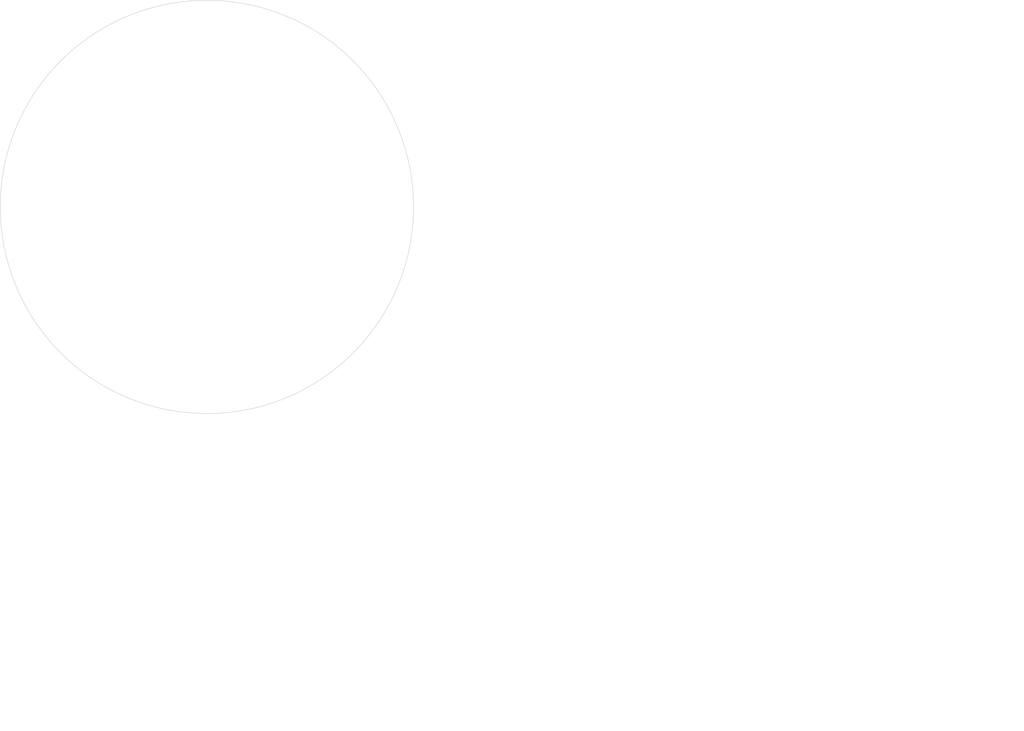
<source format=kicad_pcb>
(kicad_pcb (version 20221018) (generator pcbnew)

  (general
    (thickness 1.6)
  )

  (paper "A4")
  (layers
    (0 "F.Cu" signal)
    (31 "B.Cu" signal)
    (32 "B.Adhes" user "B.Adhesive")
    (33 "F.Adhes" user "F.Adhesive")
    (34 "B.Paste" user)
    (35 "F.Paste" user)
    (36 "B.SilkS" user "B.Silkscreen")
    (37 "F.SilkS" user "F.Silkscreen")
    (38 "B.Mask" user)
    (39 "F.Mask" user)
    (40 "Dwgs.User" user "User.Drawings")
    (41 "Cmts.User" user "User.Comments")
    (42 "Eco1.User" user "User.Eco1")
    (43 "Eco2.User" user "User.Eco2")
    (44 "Edge.Cuts" user)
    (45 "Margin" user)
    (46 "B.CrtYd" user "B.Courtyard")
    (47 "F.CrtYd" user "F.Courtyard")
    (48 "B.Fab" user)
    (49 "F.Fab" user)
    (50 "User.1" user)
    (51 "User.2" user)
    (52 "User.3" user)
    (53 "User.4" user)
    (54 "User.5" user)
    (55 "User.6" user)
    (56 "User.7" user)
    (57 "User.8" user)
    (58 "User.9" user)
  )

  (setup
    (pad_to_mask_clearance 0)
    (pcbplotparams
      (layerselection 0x00010fc_ffffffff)
      (plot_on_all_layers_selection 0x0000000_00000000)
      (disableapertmacros false)
      (usegerberextensions false)
      (usegerberattributes true)
      (usegerberadvancedattributes true)
      (creategerberjobfile true)
      (dashed_line_dash_ratio 12.000000)
      (dashed_line_gap_ratio 3.000000)
      (svgprecision 4)
      (plotframeref false)
      (viasonmask false)
      (mode 1)
      (useauxorigin false)
      (hpglpennumber 1)
      (hpglpenspeed 20)
      (hpglpendiameter 15.000000)
      (dxfpolygonmode true)
      (dxfimperialunits true)
      (dxfusepcbnewfont true)
      (psnegative false)
      (psa4output false)
      (plotreference true)
      (plotvalue true)
      (plotinvisibletext false)
      (sketchpadsonfab false)
      (subtractmaskfromsilk false)
      (outputformat 1)
      (mirror false)
      (drillshape 1)
      (scaleselection 1)
      (outputdirectory "")
    )
  )

  (net 0 "")

  (gr_circle (center 59.08 60.71) (end 89.3 84.72)
    (stroke (width 0.1) (type default)) (fill none) (layer "Edge.Cuts") (tstamp 17007605-5dd9-4ad4-bdb5-c4be73e27b39))
  (image (at 166.31 110.38) (layer "F.Cu")
    (data
      iVBORw0KGgoAAAANSUhEUgAAAVAAAAFlCAIAAAAyPSeQAAAAA3NCSVQICAjb4U/gAAAACXBIWXMA
      AA50AAAOdAFrJLPWAAAgAElEQVR4nOy9d7hlR3UnulZV7XDCzZ1bNGDBwx6D7ZnvYfvz8/g9e77n
      bILBxkTPjI1HmGAGsBD2AA7YMA+DcSAKZBBIQsEgAcJgIVrdyqEldVDncDvd27dvDifuXbXeH2vv
      OnXCVXerg7pb9fuj+9xzdjr77FUr/dZaSKRf9a0xALj9FesABHTCAAlA/cpvjQmS33zluu4N7h+r
      vepb45NX/QgAAmDXBh4XDkSEiMv92f0+EV24i/M4cyAYAqMxeeC4ec23Jk5e9SPup4RNMEoQjFw7
      +s1XrPy/1pZEhwgTICIZnUh45Hjjt++YUBf08j3OMxCRZZjl2ZV2Ywwi8Bss7EA0VtHPzoV6nAYI
      gEAITanAkzUtwYxVkvYNBJAhhADkTBVOLBoQun2DxECAlAoQY/VEqQUv8JcbrJCnadps1hr1ejNp
      1uuNZqNBREnS1FojojFGKfX/3Nv37F6tx9MBKQUTUqhRK9KpwJ/66lH3c40QGZ0K0AL+8O4pYToN
      NkFkJKCRhBBQvSoHvcBfULAt3dPSNsYIIdyPiIgVNr/hvtA61VonSZKmzSRpTk9Nj42NTU9Pzcws
      zM/PHTt2fH5+fmFhfnGp3mg26/V6rVZL09QYSlNtDw4AQ4FERCllGIZKqTAQhUIcx4W+vnJfX9/A
      wMDI8OCaNauLxdKaNWvWr1/f1z8YRZFSSiklpVQyQBREBoGNB6LceEB27sjYL0oEiG0G53Ieh0cO
      MpQ5yQ+MV191x4nJt13ZtY0Gkqs+v/+bv7X259ZH2OWVayBpyAjx4FjtlXcc8wJ/oWFlHgBco1sI
      4W4DmX2ebVGr1SYnJ48ePTYxMTE+Pj46Ojo5OTk1NT07N1+tVhuNhk5TrTWA5B0RUUqBAkQGGYaS
      P3HPagxre0pTk6aNRk3Mz9W0niIgY8gYrU2KiGSMCgIpRBSpYrHU398/MjK8du3a9VesXbNm9YYN
      G9auXbt61aq+vn4gARzLyc4ggPgbAaC7ZhFf5Hm/3R7t8AJ/QeGGyhCRyOSSL8DxwJMkaTabzWbz
      4KHD27Zt27Fjx86dO8fGxufnFxqNZhSFYRjGcSyEVDJUMg5KBWOMIaOkMsZIJY0xQMR6156Oj88Q
      QlhbwxiTX54kIoGCHX5jDKIwxjgaO61Vm9XK5NEjYw89+FitvqS1llKUy+UNGza84AUv+ImXvuyn
      fuqnXvziF/f19YVhGIYhCsRsocnWOPcOXOD77+EF/lmAFTxAYHVIBLVa/dixYwf2H9i3f9/OnTuP
      HTs2ceJErZ4mSVNKySb08PCIUgoRhRDsihMQkCEAlCABCTRKMJACAgowmljSrZy7etWR80wIiVIi
      IhSABIgoAcAgAgICECJKDKUKiKhQLJb6+oBWam2MMVqnx49PHTky/sMfbiSiUqk8ODhwxRVX/OiP
      vvjFL37xj/3Yj1155ZUDAwOIAogAQAjMr6c7MeRxHuEF/oLCtee11vVGY2FxYdeuPZvu2fzoo48d
      PHhobm6uWCwMDAxIKRFVVAjiYpEoN/jJsF2gNWVH42g7EQJKKbU27EGzQhWI/Cm0q1MbLLAmRu5Q
      oBCCownGUBbSzz81ZLQxvGQYIiklEQkpEBEgYrEXYggAtE4XK/Wt25667/4Hq9WqUvKKK654+ctf
      /su//F9+8idetnr16kKhEIaBT+JeeHiBP1/Ixaz1F6IAhEazOTp6eNvW7Vu3bt2+Y/v4+ImlpQoR
      SCkLhUJfX19b6I4AgERmDyNkRriwhjoAIiFLq041omC3HwGNMYBZnCyzJ1pJuyxGmIcJwJgsvouA
      QMIYAEAOGSGAIQICIkCRfR9rNbSsFQAVBHxRgYwUURwXyuU+IkqSpF5PfvCDjd//3l1RHKwYGfnx
      H//xn/mZn37pS3/8pS99aV9fydr5PRW+j+2dQ3iBPwfoUKHOn0RkAITWplarjY+Pf/+uu/79+3ft
      2rWrVmv29/cXi0VELJXKHUez3rVANoHZhW4JGAAak+lx1reIiHnYj1U8CiQik+tkaA+VsbTncm4d
      bDBkrFSD3Qt4tckCfh25BvvF0R6HdwFQShERr2VEZDQZ0kuV+t0/vOfW225DhBdd+SO/9Eu/9KpX
      vfo//IcfKxbjMIzze0CYfffMJUnTNAiCc/vDPQfhBf4cwIm6s67L/iSi8fHJLY8//tBDDz35xJPH
      x8aazaZSqr9/aGhIIkqAzIvmKJrLe3NFFLq0nN3eOXXP68lida582o94LeDXHWd3z+ielyN8Herd
      PSa0L38d30gqVCiVUoVCPDw83Gw25hcqt9z6jZu+fuvq1at/8ide9ou/+H//3M/93POf/3x28gFa
      VxUEgVf1Zw8v8GcLqzaJWJ+j1uni4uKjj275xje+ef8DD87OznKwLQyjQqGotQaWBzJsfFuTuFuq
      7cGNMT1TWa5cuULubt9zUYBcyDtk1TH7kZcV9/juwuHu1fHaXSkoTwS4BwRAKWUcF6KowNs0m82N
      92y+5ZZbyuXyf/6Fn3/jG97w8z//8/39/a6ce2k/e3iBPyu4bBlEnJicvv/+BzZv2rxlyxNzc/MA
      oJRav349SwQiaq1zXUqQ+eFoM/CuU+Daz/bTbnPaCpgrXR27d29sXxuiLC5gM/6uiZ4LKjgyz75A
      x3HcXbp9ewvnm4IxgCiEQE7sCRGFYTg4OFSr1R597ImHHnp0YGDgZ376//zVX/2VX/iFX1i1ahV0
      LYgezwBe4M8KHNOu1esH9h+46aabvvf9f5+amh4cHIqiuFgoEZAxaZ5CE8YYKQVzXQCAY++sil1l
      7ko4OME/TmfzkgFderVbUfOhpJSQW+8cV2cxllJqrYWUmVQDIKJwTHSbtLNH5qt11XWHPeIuWK49
      0vGliMgYQhAISGSEEByJEEJIIYP+oGzKWmut9V13/eDmm29es2b1a1/72re+9a1r1qwtFGIv82cD
      L/CngGPltngj9p09e/d/73vf37z5vkOHRpvNZhiEa9euBwBjDIEBACGkMVnwOc912SB8JlSuPqQ8
      SZYLnnGvBMBIKa3UseSzqKADKWVOsMs24CN0vOhWmPyXMWSMMcZw0s600BkFWE7ldlgcbsLfMTeM
      tSr4nnCykgu8mHewavW64eGV1Vrthhtv/frN33jJS/6P3371K37zN39j7dq19udwF0H7FflOuuRF
      D4YX+FPAPq+IaMgIgWSoWq3t2rXnC5+/9r4H7k0S3dfXJ6UslUrguK+uIW3/7P7U3QUcy9kVEkTB
      qwNvEwQKAJWSLNiQh9wRMU1TY0yaps1mI03TJEmSpGkMpWmapgkAGKOtew8AUgZCCCmlu0YEOfj9
      QqHAwXa+gDRNtdb8LxFpbYAXODJELQufN3ZTjLhMKMGi5/IRRpFUqr+/P03T0dHRq6++5q//+iOv
      +73f++O3XbVu3dooCgBQCEC0a5C9ad4Q6AEv8KdAbr4CAAohjxw5/G/f+/c7v/PdY8fGtDaFQqlU
      kuAEwFjhAIBVxXycbhsY2yPe0C4SLMMsz1JJJZWUkj1eImo0Gkyhbzab/G+SJFpr6yDkV54FC8Cq
      ZWqThDx9ZpV/60rAsR2EEEpJpVQUFcIwLJVKUY4wDAEgzdFsJrxU8XW21sr8VnTcEPupjQ7YXXhL
      rurTWiul+vsHyuVypbJ088233H77HT/5kz/x+t/73V//9V8vFGJeJwE663M8OuAF/hTgJ6/ZTCZP
      Tn31q1+77Ru3zc7OrVixMgxDJre6j2ZGPmNeWh7PgzzW1XFkq/P5KbcPulW2iBiGAYtNtVpdWFio
      Vav1Wr1WqyVpAgQEJATw9plQCcGGAh+HulYcOIWaRezIqCEAkNZpmiZEtLS4yBYEy6FUQalU7u/v
      7+vr6+/vLxQK/f39xhiu5EuSxBjTbCZscnd8TUZH8MJerfumjThoraMoEkL09fU3m80nn9x21113
      /+iPvuTd7/6TX/+NXyuXSzKPbnj1vhy8wD89TJKkDz/8yM1fv2XLlicWl5aiuLhiZBUb3UIgQEZ6
      s3Jr90QnAAYtSyEz720AzD7xcRwHQcDv1+v1paWlarVarS5yZavdTCACQhQF0GUkSym1I+GuK5Ff
      gGCdanfhGEFrUYCeSXU2bxABkZCJ/dndIVpaWlhcnOc/lVJKhXEcF4vFoaGhUqlULvcppdI0rdfr
      zWaTV4qOyH+Hqnc/snEKNgGklEkzRYGIGATh8PDI4ODwzMzcNdf82T986h9+47d+/S1vetOGDRs6
      7sC5eAwuH3iBd8NyBlHmJZymXq/veGrvpz71jw8//HAUReVyuVgqERGgW/Vl2imrPZJhHe+Qw5kR
      AtlbFkI0Go3Z2en5+bn5+flarQYA7E5De+Vsds35lXd/EXAEGHIlya8JOnV7hzxQO7kdM7KbJfkC
      dXNppHR30TpZXGzMzk4fOTJKRMVCcXhk+HnPe16hUOgfGE5T00zSWq3G6toYA4ZDmy2CDftENqHQ
      Ed6HjH6X7SIlDg8PG2OqtcY//9PnvvC5L/3RW9/63/77f123brWU0vnqXuwzPNcFvr3thOQHpFZr
      3HXXXbfectv2p3ZqbQYHB13f0t2dFbL7jiv57pvWQJVSBoEKgtAYXa/XZ2dnFxYWKpVKs9nMDQcR
      xzF0yfMzgBspfAYHfAYXwGcMgkAFCgENmYmJiYmJCUQsFAqlct/gwNCatWsRIQjCarWSNDPLnwMf
      kAcOOu52t8TaODw7VoVCYcOGDUmzee2119522y2/8qu/8uY3v+llL3upu7ye6Xe5LPFcF3j3aSCC
      JG1u3/HUJ/7u7x988OHBwaEwjLA97ez6nK796T6a6MThLAGe3fI4jhGxXq+Pj49NTU0tLS0Rke0h
      A0DGaACw0YGz/4LOlWSXd8pd3G2e2RqBiJjzi639nyTJzPT0+Nj4zp1PlUql9evXr1+/vjQ4AAD1
      er1arRJRknAbj9ZK6ur5brl1Q32IqIJg7fp1SZLceNPXb7jxxre+9Q//6K1/uHr1ag4BSIm92rQ+
      t/BcF3grtI1G8tCDD918680PPPCQMbR69WpOO1tpB6eAHLrYrO77Hea9UioMwyRJFhYWxseOLy4u
      NptNAhIooihAAAKjdYLMe+tKYj/jr9bDwj+9vc7mvB07utE4vpOFQkREaZocPLh/dPRQGIQDAwOr
      V68ZHBwIwzBJdbVaZZ0P+Q13v0jHveWz2KCglMxukmvXrqvVatddd/03v3HHa1/7mrf8/puf//wN
      BOS1/HNc4EkINIYmJk5+4u8+ddtttw0MDXPBVppqm1cjMsaQzXW37d/OWrVBJgAIgoBbvy0tLR09
      enRmZoaIlMxSXG0ZO0Ai4hScceTtGUhdt1d/RtLrrjXLbXCax3E3dm9Lbu+AlKExBsBMTZ08duxI
      FEVr1qx5/guuXLFiBRHNzc1xnJ/Te0/zLaz1BABJ0gQApQJjTKlULhSKaZp++tOf/fJXrv/whz/4
      6le/qr+v3PMgzx08JwTefVzy19kDPXr42Ne/fvPtt99eWaquXLUKBdt+XChuZRKVkq5KdwzXjBhv
      /XNEjKIQERcWFubm5hYW5uv1GteKgKWycXrMvUQuce2uWnMo7tAVM8v2zFJpVso6X+fbnc6Nyr5c
      x5e1ZguRbncQoC3MR2BDmK4q7iD8uQpfGyOkLJXLxpjx8fHjYydKpeKKFSvWrl03MjKsDS1VKvV6
      nYxpJkmWFHFugj0XO0FKBR3B0SAIr3je82q12geu+fOvfOX6t/7hH77ilb9ZKhbzy+CQZJvhcHnj
      Mhd4+9tjzu7IueXUaDR+8IMf/sVffmRmZmbVqlWFYpGIuMuqyxLpiBVD7jfmQSNJJqt+C8MwCJTW
      empq6tixY7VaLY4jIdA6sdnuXRdplSqLFDjPsZKKyDCHDXKb31LimH7uingu/61LPdPb1XFh7ncn
      ImMSANDaGJPzaqhj+9aO7jE7JKpDY/OfKggQMU2Tw4dH9+7ZPTwysuH5L7zyyhdpY+bn56M0rVYq
      1MXk6bj4jhMxR6Gvry+O4/Hxiave9sc33vT1j330b17ykhcrpaDVeKPHAS9LXOYCD458ssmsdSqE
      fOCBhz7z6c9u37EjCKM1a9a0Sla7Umj2HT4ab8P6BAC0TjivRmQqlcrk5OTi4mKSJEqpUqlEZHoJ
      eI8rdP5iFi2/I7TmVhZscwiudeHLBADMc1R8aXAaIbrTXwIwz967bwpUgMjGSn48JtsTs2t5IXBu
      V+eVtFa3XlY6v8ndL+v1+u6dOw8dPLhq1ar169f3l0v95dLSUqXZbLCd3+34uB4W/+j8yxKRUqpc
      Lr/whS/csWPHK175qtf/3uv+4A/++wte8HxjSMrnUBj/Mhd4zNldUso0TZVSs7Mzn/rUP37ly19d
      s3ZtFBWEFGmaSimTJAmCwIbHO4xSezTKI89pmnJ0HYBmZ2ePHz9eqSyFYSCECALJlHUppVtw0uup
      yqxxTujnRiYgCvYOpFS2Lgag1YiK0VN4XdE6Uw3ffvDW128dJ7szkPNYEQClVHkynqyBnZffuMKP
      vAIup+cZzKJlW0wIBIDjx4/v27unr3/gRS960Qte8AIimpqaCkNoNBqtzlxdq7P9l206XgKiOF4Z
      ho1G4/Nf+OINX7vp4x//37/5W7+BGAnxnJB2uOwF3ji8jiRJbr/j25/5zGdPnpxcd8V6rQ03YLSm
      vtUGVuatlnOfe0Ru3hBXKpWTJ05MT08naRMRioXYPt0uP8zu1VOHUF6UkrWPl4qt9fzzTMCWU0Ed
      b56NPQ/d4t0jk2/cBRCArANsj8CmSP7VMss/o9kAQH4/u4t8IY/A8dLMpzOGlBIDgwNJkuzevXP/
      /v2rVq268sor4ziu1+uVSrXRaIDz03TkSjvkX5NRKKIofv7zX7CwsPDud7/n6zff8oEPXP2f/tN/
      NMZIKdpjEpchLnOBtxb49PTM1VdfvXnzgytXrSwWS1obpaTWrYouG0nOnfMeM1J44zAMm83mwYMH
      JienlEAVBEpJAuCoW4fMWGnpqeGJQAgZBMrWvbHKsvwwag83djsITyPUz8BG7blGPI38d0i7EwDL
      3rSpDf76adpMU53HInqci38FXnztouAuiAAwNjZ2YP/+NWvXvuxlL1uzZs38/Hy9Xm80Gmma2l9N
      9Jjhk5USpNoEShljBgcH+8rlJx5/4hd/8b986EP/66qrriqVYm7NfRnjshN4k3ErMrlF0Wg2r7/+
      hi9f/9W5+fmVq1dBLs82zc77OXTXrCkF+9L5Q0NhGAqBi4sLhw8fXFxcBIAoUgBA4CTnoU0E7XPm
      WJuZfc6Vp4itVF+HuQ69U/1nllE//Y1PE3kP3Lb3nvakaGP+ABgEsVLk6nyi1N0R2zPt7uv8I1JK
      9PWX5+Zm7r//3v7+/he96EUrV66uVqtLS5Vms8nMJbdOwSY+EFEhGjS2fl5IMbJyRVSI//GfPnPX
      DzZec82f/sJ//s8AYL16N6Hovr50ccl/gXYQoSbSAMaQJjSHjxx+05ve8tcf+YjRWimFTpLJqlzM
      CeGuZBpjANBOfSiXy81mc9eu3bt3715aWgrD8HR++47HFwCCIIiiqFAosP/vKv/zeFcuGlgPSykV
      RVGhEMdxUcqAM5KI0jWIund33+SyucXFxfvvv3/Tpk1SyjVr1vT1lQuFQt5FJ9ulPYjQWQhAROVy
      eWRkxYEDB171qtd89KMfYx+B6/ztYnF5SDtcfho+W9cB643mLbfccu3nr6vVauvWrUuSZhyGy7nT
      1o0nIm10PhoJhBBRFFYqld27d1karBAiSRK7RnScn//LTVZkHW6bTDxtAO/yRy+PRnBRfV5Oo/NF
      QXa7MNbHQURr85fL5Xq9unHjD4eGhl/ykpesWLFicXGxWq2mqbYMPNfUcm0ubkCEiEqp4eGRQqHw
      2c987t7N9/3VX//FT//0T0MvPtWljsvka+RAAGEIl5aq17z/z//qLz8qpFJBaAwJIVnWOqTdXQIy
      IaRMBcVxrLXes2fPjh3blpYWlZJBoADA1nKladrzGlz/PQiCQqFgm8ZQRk0RiJd/fGg5WPMKAPiG
      AKBSQRwX4rgQRTH3Betp9Ng4i428AAAiBoFaXJy/Z+Pdjz32WBiGq1evLpdLYRiAk1nscJGs8LM8
      CyGKxdKadev27t////7yr332c5+vNxpE5PQdvRxwmQk8AMCdd/7bq1/9Oxs3blq5clWSJDbSTtp0
      x4nsp+CE64IgMMaMjo7u3PlUtboUx7EQAoAMpa3wj1MWYsH+Kh+By8KVCohAaybXtdmZ3Ur+uaDz
      l/uOlGcruKlWoVAIw7B74w5xFXmHL36nr79/ampy06ZN27ZtjeN4zZo15XJZKWW7D9gGPm6OwK4d
      xhgh5IoVKzZs2PC3f/uxN77x93fu3GmDOx2UhEsUl5jAu783AJAhoFYryFqt/r//v7//kz95T6VS
      KZVKzJlr/aiI4Jhzrn6AjCJCSslSqTg5eXLHju3T01PcewYyYxIQZMfFsPkJIIwBIpRSRVEcx4Uw
      jISQp9QKHXrjslEjT4On/46s7XlxVCooFMpRVECUfJ/t2CxERIGApvN5IAoCpZQYHx+7++67RkcP
      jYwMDw0NFgox9wt2t7fegX1+IBN+KJXKa9asfeKJJ3/tV1+x8Yf35gV8AEBmOdvjEsElJvB2ybdS
      SnnI/amdu//of/zxDTfcsHLlyp6dVaDde7fpH2MMAHHt6tLS0tatW48fPy6l7DnYqCPww7Y9ALBK
      z6k4nQQ1j2cGysdUFQoFKSURsF4nIjKdxW/CGcXDFYq7du3cvHnz/Pz8yMhIudxXLBaF03rQuuU2
      CwAOFwgRR0ZGyuXyH/zBH7z//X82OzvL/f/cKMylKPmXmMB3AgkFpGn6yCOPve51b9i5cxf3VGQ3
      O9vEMQvt8mx/MA6Vs6Du27dvz549/JAppRB7q6P8gIIIubVboVCI45iF3waiu0ODHmeOTKiklJzd
      UEqx2NtYiZtsdxuHAUAUxUmSPPzww48++uiKFcPDw0Ms8wCQJIndi1+4fAG7IhRKxeEVI1+74cY3
      vuktx46P5yyJSzjgeokJfJcE4tJS9R//6Z/f9sdvLxaLUirMq9bcLd2fp91/IylFEKgTJ05s27at
      Wq0UChGRFgKMSY3Ry1VksjEYBEGhUIyiGBHZS2cxh0tZA1xkwDyTn1n7URSz2HOA1q6wjPb+RUBk
      tE76+kqzs9N33vmdQ4cOlkrFVatWBUEQhqHr3Nl/rea3loKU6nnP27Bt247f+q1X3Hnnd6GVtb0k
      XbBLTOA71HW1Ur/mmv/12c9+oa+vj8hkKTkAIkrTtHsZtlFZXhTCMEqSZNeuXWNjY1JyGL81DUbk
      M5VcUMb9UGEYxXEh3wBz/WC3WZZL63GmcAOc3IozjgvFYpF7AeZvIua0XOOM6LD2eRiGe/fuvffe
      e+v12vr164rFglKyF3Mxy8Pxn5hj7dp1aWre+MY3fupTn2JKH12agy4uuSvO6s8IYMeOXW/5/f92
      zz2bVqxYWavVOEhmbem8/ryj9AUgD+0g0vHjR/fs2ZUkzSgKtU44YGMMAQhWLJb9ZjVMGEZxXIyi
      WEqZphn33lUR0O7mXcA7c9nCGtvgZFWIIAyjKIqDIBRC5mULwMUIJh/Ow7+CEEJrHcexMfqBB+7f
      tm1rf3/f8PBQoVBABJur59NZSbbqgS+gUChs2PDCT37yH977nj89ceJE/mhle10qUZuLWuCtzNhf
      jl+kafrII1ve9Oa3HD5ypH9goNlscll4d3DO/osZTRKJqFgspGm6Y8f2kycnIONR2lZKgojtOmmX
      Cz5qEISFuKhUyJwQIvL6+9kF/148kzcIovxpQX6qbRLO3V4pGYbB8ePHfvjDu7VOh4aG+vr6XHXt
      Bl/sYsG7I2KpWF61cs1NN93827/9u0eOHIX82biEcvUXtcDb+25/OZbDG278+tvf/o4oioSQXHxO
      ec8Tu6O7QFhwhvzYsWO7du3kOHxHqBYcHcJGIpd/xnEhDENsVwUeFwEyulQYhoVCSUrlGlzdv5St
      lSai+++778CBAwMDA4ODA0GgRK7PwUnZQrtrhgKFks/bsGFsfPy1v/O6jRs3WeYFXCI0iota4KGr
      iKLZTD/59//w4Q//JZead2zpWmX2hY3KRlGEADuf2jE5eTKOo+VsMMrzsWw3cpQo5361nqFL4te9
      7IFo6/OAE6tRxI2GAaBHCAZyzS+llErt37//7rvvllKuXr06CAPLfXY3tj86chsyxCAMR0ZGpqdn
      f+/1b7jnnk1p2jYv7CLHxS7w4Mj8/Pz8X/zlR66//mtr1qwxxkilbA7G8qg6ZF7k3Y7L5fLMzMz2
      HVuJtJIiTRIlZc8fyaZqoyjiyD+vLB1k2Evi173ska/aNp0GUiquTQKA7iWdMs6c5semUIiIzD33
      3DM6OrpixYpyuWTzO262z3mR2YyIYmRkZHho5E1vfMvnP/+FWq3Om1yI73x2uNiLZ+zdn5qafte7
      3rnl8W3Dw8NaG0KhtZZ5OIcF262R4r24lUIYhgcOHJiZmSkUQh63xnUtUgjTJbdpmjKLJg/a5fWV
      hACEYtlaLo8LD+cXBwDLekZb42RMW72DrbS3UT0hUEq1Y/v2ycnJn/3Zn42ieGFhvtFoUvugLveM
      xhhujlQul8Mw/NCHPjw1NfmBD7yfqfsXOS4uDU9dYFtp3/4D//M9V+/ctX9oaDhNNREJANXeMoXp
      7lzJDLmijuPIGL1r186lpcVCISYiQGQh52ps3hcRiZDpHIVCMY4LltTR8hTQWEXyLNwaj16wzwkA
      uN04tDZCyCiKwjBmZi7HYjvmf2LemLDcV5qaOrlx493VamVkZKRQKLTn8230LlsCsiaIQqgwvOJ5
      z/v0Zz77jne8a25uwTKFLtrn5OISeIZdWY0xROLYseNXXfX27du3RVFkcyTkUCDtjkSQJKnNx5ZL
      pYWFhWu8qdsAACAASURBVO3bt/PPwyXuPU/Hth9z5oIg8P755QJkYy0IAnB6UdsaCqsbtNaFQqFW
      q993331jY2OrVq0sFgtRFFFOuesZviEigcgNs77zne/88dvfUa83bKM0L/Cnhg1+YE6Y2759+9vf
      /q65ubk4jjtaxHUswHwEKSWRITJxHO0/sO/gwQNhGBBxu7LO+mo+pzEZczN3/IxbVONxSUNrwxZ+
      FEXcvoraM232KdJaR1FYLBaeemrHE088MTw8XCoVWcdw1s0tm8F2AMDadVds2rT59a9/w8zMrOWD
      PEtf+ulwcQl8x6K4Z8/eq/7H28fHT0ip0pQbHrSFzfIICrorBaIIw3DPnl3TM1NhGAiBREbrVKke
      7cqIgJ38IAjck1+cv5bHmcLGdJVSxWKRM7jGmWPF6t0y9phqfezYsY0bN5ZKpcHBQaUUtzwWQtiH
      IjMNEMEY0kapAFGsWbPuice3vf71b1xaqribXVS4uAQeHEl76KGH3vmOd6apVipwuBBtVU3uEgsZ
      hS5gUk2z2QxD5a4Idj6pe6587ceuDtAXqUnm8QzABXbGGP65O/xzO5oa8okDhUKUpuk9GzcuLCys
      Xr06juMw5MFY9jkkW46JIjMTZBCsWLFi7559r3zlK48cOQpwMVKzLgqBJ0tgJoOAALhr9553/cn7
      ZherhKCNppx748q5Dc4DgNYpIkRRODMzuXv3U1lXM2qxptodfjQGEGUcF6VU7CI8e9/e4/zC/ugA
      CCCViuK4JERgTKs3puXbWFNRCDCkH37o/unpkytXruAmKOTUaBAR5k0WsuNoDUKsWrPmwMFDv/2a
      156cnCIiHjhw8RBvn2WBdz12YMo60MMPP/yOd7zbzYi4rrt902bdiQgAwzCcmJg4evSobQ7pnsV5
      gbwxz2D3eE7BPkhM0QHI7L7uygtGXChs2bJl586dw8ND5XI5CDJyDjqkD3tM7jUuhBgZWTExMfE7
      v/u6o8eOsy65eIi3z7LA21uM+V3cvXvve97zp9VqBRF1knQb7W5Nu8mmu5hisXDo0KHx8XH+SToM
      cucISARhGHJ8ziv25yCsnRgEQRhGSoWw/DBJRAzDcHT00Pbt20dGhrkylwddcd8U1+TkXYhIKbV6
      9drDo0ff+IY3zc8v2DNeDDL/7Gt4+4KIHn/8yXf9yf9sJin76raJBbTTm51gKfNk1IEDBxYWFqIo
      5B8D2kmRkJffIGL+m/VO0Xlc9nDtdpZ55k3DMjE2RAwCNTZ2/MEHHyiXSwMDA9xsj2sr3TwRZR0W
      JBEgipUrVx4+fPQ1r/mdsbETF49V/+z78Bz8IKIjR468573vW1hYdMuMXWMeHGYVZkPjKIrCffv2
      zc3NBYHSOuU1wkZl7O8BAEEQFIslACACN07j8dyBDeXkITrDU8OUCqCXhod8gQgCNTc78+ADD0ZR
      VCqVODYs2qlf+fZWsHHN6jX79x1429veliSJEKJjRPizgmdB4Ns9H5JSAMD+Awff+96rlypVFv6e
      HUVc+59jJ0Eg9+zZ3WjUoyhM08TG8Fq5ViRmXEZRHIaxpd9yMPZiMLE8LiTcZw8RBWYPTBzHQRAR
      oY3gdgu/VKpSXbrvvs1SioGBgTiOybRUkf2X1X5mAiCuWr36kUcee+Mb3zw9PU2AlooHyxgU5xsX
      WuDdRjSIyNUIk5NT73vv1YdGjyjZ4vZTzoJy/KPsp0rTFBHiONq9e1ejUWfdDg4dwtoFeYOUolIh
      /5aWM3shv7XHRQgiotZwMFQqCILQNkToTuICgFKSyGzcuDEIVH9/fxiFrubgh85VJEIIAli3/ooH
      HnzoT6++JklTHl5mV5wL+HUzXFCBpzzn6UTXxfz84gc/9OHjY2NBECy/5rWVLkkpmITHB+TQnSvn
      rRSrCKIovnhipB4XG1z1wzxcRDSmd1w9r5yRmzZtMkYPDg4Ui0XnYe4EW5SIuGrV6jvu+Nafvu/q
      Wq1mT3f5a3h3SePXtVr9gx/8i4cfftTtCS2EsIw6JxxiQ/RGCPHUU0/xYSC38HPCM9fACCJUKozj
      AjdFAK/VPbrg2OEZpJSlUoll3g4OsXCqsM2mTZu4YI4bk9tEnRuxh7xpqlLqR37kyhtuuOn667+W
      JM+mO/ks+PB8RzhW95nPXvvQww8XCkWtTao1tLR0yzjnvSgregdE3LdvH4dA+MZqrZVSPDakpdul
      DMMQUWht8gEGF0WY1OPiQYdJiIjGkDGGa6i6RZLNSa7LjKLgvvvu1VoPDw93FHq0n4EbokoiWLd2
      /Yc/9Jc33nAT88Sflfr5Cy3wiMi3AAC+8pXrr7vuOu5AiEKgEFmDSudncNObABCG4Z49e9I04aky
      tg+Za1YREU+Ggzx6lxUzeg3v0Y6ORyLXzwIAoijqnkRie9exoS6l2Lx5szGmv7/PltZ1nEHrrL6T
      C7TWrl373ve97/HHHzfPBR8eWo0K4O4f3vPFL31lYGAgWxSJBABQyzSC9vIG3mv37p0ARsrM5ndz
      m7xkEkEQhGEYUT7LzUbsvRfv0YH2hBE4r5EfpECGSIJNSXQcbyvbUaTuu29TmqYDAwNhyEUZGeOD
      nPk2fFghZVQoDI+seNObf3/HjqcoJ/wsYx2cF1x4DQ9EuGfvvg984ANpmnIXcQAgIlcPc5iUYyTG
      aGN0oVDYv39/mqZcugTOTWfkrYsti+5irFXyuLQQhqEKlFk+qM7O4+bNm+M46usrczWeUoqzUW74
      ifJk8+DgYJKkb3nL74+PT1h2yQUL2j8LGv7ExMlrrvlzIRQb8JYD4/Lq2o15iKJo165dlkjL0135
      dX5DUQgVRbEb6vcC73GW0GSCMAyjiEBo0+Nx4qdUKXnPPfdIKfr6+sIwbDab9jnsCFTzoz4yMjIz
      M/e+913daDRci+ACfKMLnofX6cc+9vGxsRNaG1StgVDufbF3ioiM0UrJffv2NZtNNuO5m0129UJg
      3q8mDCOlAnv7wKHleXg8M3DnUh5N1ZOLzcpZSpEkjYcffrBYLPKg6yQvA3EOhUwz4zLbkZEV3/n2
      d/7qr/4qj0ZfIH/+gopEo9n4xCc+uXnzvUBCBSGPfCSnytUJlhoASNO0UCgcO3Ysl/bMQOJUh7WX
      hMimQTKrARzf7EJ+O4/LEkRkDAVBwH0Tuj/lN6WUtVrtkYcf7u/vLxSKbITazdwHm41ZKeULXvjC
      L3/5y9/85jfZVr0sTHqnqRQRPXD/Q9/4xreCICDQQAYN2OahmHGbU3ubuCpmdPTg7Oy0UsJtD+jE
      ToQxGARREISctPPwOOdgwqyUSqnImB6xfX4RBMH8wuy2bU+MjAwFQWAJIPkRiCjr4MIJpjiO+wdG
      rnrb2596apd7NN6rJ9Xv7HG+NTwRcLiCdjy18yN/87eQJzOhJ11ZKp4GxU0FZ2Zm5+bm8mYjre2d
      tZO4ReGFNIo8nrPgdK/Wy7rcSqnxsTGupY2i0Drt7vPpRu9LpdLAwMBVV1118uRJcOwF6pqAfK5w
      ngU+J7fPzc198IMfWlqqQj683b0F1tvhjEiapkLg/Pzc0aOH4zjmL+/a6kIIZtSFIVvyhi7NUZ4e
      lxZYUFnml3veojg+cmR0YmJiaGgwDEMbsbcBZnf8mVKqv39w9PDhj3zkb3M2Tnai8xS3P79CwuQ2
      Q3DtF780MTEJTjerDq6yNddt+P3o0SO2vp3yvIg1jQAgCAKOhVrqnlfyHucVrFeUUlEU8RSD7g0A
      IAiCbdu2Tk1NDg4OsMdun1LMR1zyO9pQEARDQyM3ff3mL3zh2o6I/fmIQZ13rUhEt99++1e+8lVw
      /BM70Nduwy+YbxvH0e7du5WSgAbzGkZsaycOQRAGQWjj+V7UPS4U0Bhi1d39mZ2ApJTctm0rIg4O
      DgJk3VzcZk2Zo24MoCgUiuvXX/GRv/mb7dt3QJthf+7J4Oda4Kn1ZXhS0/4DBz/3uS/09/drbbjz
      hA1aUNfEZWNSpcTu3buEAK1TIDTGELR4S5AzZ/NxEW196X1Y3uN8I/fJWeYDWz9vP7XKTCA+8sgj
      QaDK5bJthm0TxvxIszIjoiiK47j0/ms+MD0zYzX8+fBSz7nAu/EMQUQf//jfzc/Pa22ICKFFPHT6
      hGbRuDRNS6Xi+PhYrVYNggBRIHZ28+cG49xjiMjJAXh4XFgQgVIcim+rq7OaCYWoVJYee+yxgYH+
      OG7rjW3deClQCsF2/tDQ0COPPPahD/4ll9OxJXvOce6XEF7kiEin+nOfu/bRRx8DyOnx2LLAnaVO
      ABD3ADp5cnJ2dpYn9XWrayKSUoVhfMFoSR4eTwNEtF3ue34aBMHs7Ozhw4dHRkbsHBQ7TB7zmlGt
      Ndu8GzZs+Na3v3333XcTwXlKM59rgW+16Ye9+/bfdNNNpVIf3w2Rr2TWPucQhjEmTVOujRkbO26r
      kcDJw9mgXRwXuCeJF3iPiwEctCcCoh4BPCIThmr79u1TU1N9ff1KSZZtNxpvKz4BQAhZLBavvvr9
      S0uV7mr8c3PB5/ZwHGZAxEql8tG/+ViamkajYX1sk4Pf4ddpmhJRoRAdPLiPG3vzoazZn12oEGzn
      nz/3xsPjTMHkznzGQeczyc95sRg/+eSTSslyuWxDd67Gyvm5MghUqVQ+OTH5zne+0/bGObc45xoe
      AEBrc+0Xvrht2zaBkkxruIdd2DrKg8IwOHToUKNZd0f22XJ3S10Mw5AMWnveR+Y9nnXwDGkpVRiG
      3VYn14MREYDZsmXL4OAgt9Cy/izk/VQh5/CGYbh+/fo777zzkUce7TjaOXncz4HAdyxXiPjk1m23
      f+tbpb4+bVIh7eyelvTaRgJpqsMwrFZrS0tLgYrIGbvJjYQAyRhSKgjDgtYA2EpUeqve41mHJYkE
      AQftO1pWk3Vj5+Zmdu7cMTDQHwSqQ14cnS8AQCg5NLziT9797rHxE9SraP9scI41PKJoNtNPfvKT
      jUYzSRLn/bayIevGp2kiBB44cID73nR9JSTDtTGtDtMeHhcPXEM1iiLLh+WclGvYxnF84MDBer0+
      MDBg0/LQ3uUawGitAXBwcHBsbPzP/+zPjTF8HBRCyB7jj88U50CEXN6L1vq6667buXM3d4Pv+JTB
      omuMqdfr5XJp7969gZK8SbeVjiiiqADPXpdPD4+nh/VAASCKCkIoNlS5B7bbvimKokcffTQMw3K5
      xL1YO5xTIYSUmbe7du26u394zz2bNnNfdbjYNDxfz5HDR2/++q3c0w/aacM2UMddQbjj5/T0ZLNZ
      B+TR3N0LGEZRIU91gs+6e1xssJa2DbNLKblDFjlFb+zSCoGNRn379u0DAwNBEHQT6djJ5UNyw+Vr
      rvmzpJnk2fv07C/4HBvJ//zPn61UKrn0Uj5GAt0XeR4O6vX6kSNHrG9vuoZvcf95u7D5KJ3HxQZs
      71pnDIUhd78kt8Oqbd8QhsHExImTJ08ODg7acJWFARBKCaU0kQEcHB45Mnr4b//2Y7wKnBOX9qwP
      QZkbow18+zvf/f5dd4VxzCxayqdw2DCbNcvr9VpfX3nfvr3cf86a/QgGSAtEY0DKIIoKdgXlA3p4
      XGxoj8ABkYmiCECkqbFerd2GjfatW59USpVKJWv28nGQCIxBIiWEAAqkWLd+/Re/dN2+/fsJhTkX
      Fu658OEBjYHp6el/ue5fSqVSs9lk+UWnIzXklXAAkCTJwMDAxMRE96F4Zqw2RkqplPIS7nFpgYiY
      KpIH8KBj4CTnp7TW27ZtK5fLrPBsyY3VfK0FQso4iv/mIx8FonPi0Z6twGd6l+DOO+88OTnJK5aU
      Mk25X0cbixYAiAy7LocOHpSyy0TPOlYjNww5y2vz8HhWYExW39UdZmPbvlAonjhxYmFhYWBggBs6
      SCl7trgJVNjX13fHHd/61re/jeIcuLRnK/B5nQB++cvXJ83U1gZw8aD9wtY/bzabxWJx9+7dxVKh
      5wHJUBAEfBfO8to8PC4wXNdVKcUhd3CGHfKfaZoGQbB161YeVs19Wd02jbmaRG1MGIZr16297ktf
      OifFsmcr8DrT5KJWa0gR2NCCU7tunXBKkmYURYuLi0nSXK5fBQoRBqE35j0uSZDIS7YBAIMgBIc5
      YyN8QaCMMbVabc+ePX19fdxUgw/QvjSQFAJADA4MxnHp2cnDd1gpUqlKpQqopVTapNZRh65BEZA1
      txIHDx5QSrrrGdgIPAqlQhQtF8DD4xICQZsWFkKGYeS+w0RaFoQoCo8fP7a0tDg0NLTM8dCQEQIA
      cWBgwGh97Pgx6pLBM8KZCZUrwzmdAG659TZAspRguxl/McxnyNTrtVKpdODAfimFG5lwo3pSKuUM
      8fNMG49LDZ09GpQKlAqdji/obEaItGvXzjiOwrBt1HyLfkdExCNrFSJ8/O/+LkkTXGZ8/engzAS+
      Q6SJ6Pvfu+vBBx/KaDbZlbWGPfP2QaCazYaUstFo1Ot1dOZvWRCBEDLvY9M6xTP7Vh4eFwNYRniK
      MfRu0yy5YL5cLodhCI5JD3ljdgLKe8TAHbd/e9++/WcjGmes4e1rrfXc/MKXrvuXMIyEkACQp+LI
      qVcnIqO11lr39/cfOnTIRjVci513USoQ4ry05vXweLbAT3sYRsvFoAuFeN++fUpJdyaizc93iLWU
      6jOf/mxG3SX9DLinz0TDUz4K7t7N9x4/PmabTPIldnjmiMgxyRMnTjQaNZ650UGMJ0IpZXexkYfH
      JQ3ufkVEQRBwWr5zAzDGGAQaHR0dGhpkdrk1ezMSKuRKFKBUKt98862PP/44PFOH9xkE7TLZbjQa
      N954o9HUTJroNJm0hEFrljQajSiKxsePx3HMvausw293VCpwzR5vz3tcHuCCeQDsWTDPRjEKsWfP
      nqWlpVKplDvFoiuNRQAQRlG5XP7EJz7ZaDSeWVT7TPcxHEcwBm659Rt79x0QAmwXGsg5Q/Y1Ucar
      O3HiBFcUuARjyBcFpZRSkkjbd3xtnMflAcfaFWEYU0YtIyIC5DQeCIFBIPfs2VUsFpUKbIu7jHKb
      7Y5AIFAMDQ3de98DTz65ldeRM23k+gwWCQGAs7Mz3/zm7cVi0Yp3N21ea22MZqbt2NhxpWSva0Mh
      enOSPDwuG7BEcI+2Fv2Usio6rXUURZOTk5XKUl9fuWPIVBbWz1cKpYIgUNde+8XOzo6nJ0BnGrTj
      AS9w330Pjo2Np6m2BF9LoQWnL2ez2ezr6xsdHWWmQbeVTgROZN7b8B6XG9ysM8u828qeI1zMqw3D
      cPfuXVHUNuKCt80OgsAjLsrlvjvu+Nb99z+Y0fGyY53W9ZyxhhdCaG1uufkWANJaIzhZNEAnkdiq
      lllcXAiCgFeyjqMhIpfHc93MmV6Mh8elBY7esXSysLhzFicnT544MV4ul1qtrLPIHwIAEHFP6yiK
      SqW+z3z6c81m1lTq9A3kM47SE9Htt9+xd+9eO/UlO6UxhtxxeZAkyYoVI8eOHVFKpmlqjBFd7P88
      FYHgnXaPyxSuJmMNB5mx3CLYsG0fRdHBgweCIAjDgIiA3B15Q+RKm4GBgQceeGDP7r1nKjWnFniy
      MXMCIrO4uHjbv34jKhRSYwiz+l4AwDw4j4hCoDE6SZq1WnVqagrzBhjQMgHQGBBCcTcbD4/LGK5V
      z+IqpQQwAAbao9RSynq9Pjs729/fr5TCnJgPmewAAPB8KxUEBuD6r92AiAY0iHOk4Znpk3XUAkIU
      27c/dezoca01EiGAIaN1ft0EkJfN1Gq1gYGB0dHDtt2V/c52XfCxOo/nIFjJd49Rg1ym9+7dGwRB
      GIbGmNyuB8hVL0uTUqq/v//WW287cPAQgiA63XD9KQSeYwLICQQhCODW227TxvAIdwQgk3F97eVK
      KZvNJgAIISqVipTSzdVRPotPKeWO0T2DG+bhcQnDVs6q7mE1rP8XFhaOHTvG0Ts2h4kMQBbn0iYb
      oB7H8dLS0uc+94V8767D9cKpTXrMSPLCGLNlyxNbtjxhjBEoyGRROhuBgNw+0VqPjIyMjo5KKdyR
      14iIKPl/DleiUz/r4XHZw2bjgiDo/SlAHEejo6NRFHNjyFZrNwQAENga1rZ27fp/++73xsbGWRhP
      5wJOw4cnECiM0QBw67/+a6PRNBoAAYgF3ansQQAAbkffaDSmpqas3WI59piV0wQ5/d7rdo/nGFAw
      A617wnzOZBG1Wm16erq/v18KycUznAUDp5AOEQXKmZnZ++9/0HbFPiVOKfBIQAAopTx67Nj2bdsR
      kafBoECTOeQ5Z44AgBrNBhf6hmHAQUVr6nOLPwBSSrX28vB4ziCrf8sZKB0f5k0ijJTiyJHROA5V
      oMAZU+EcBAAgCGVff/91130ZM317avV5qqCdARRABEmaTs9Mz0zPAgCREQIB0Tirjk3I6TQtFAoL
      C/NMrbMf5QVAWkqVv+ml3eO5C0QhZWDNXgTBPjzL18zM9PT0VKlYklIaMkKgS3LjF0JgFMePPbbF
      GMOK+ZQnPXXQDiEnAJpWFgGyNzuKYSFN04GBgcnJKVhGeyNKx5Lx9rzHcxo52RYA2r1jAEQ8ePBg
      FEcCBTjzadwiFCIKwzCKYsDTjNmdLvGGEFFg1pTK6bybufJEJBCNMUmSFIvFI0cOd/CBs6OQZRrB
      eRp/7eFxCYFz8lpn1jH/i3nbjNnZuXq9HkZRNlg1hxv5EoirV68iQ3B6o5lOJXUERJQmOklSN7XW
      esFxOUQCSNKE6965KL67fM/SjDg5ccqL8/C4vMEpuryEFiCvN8WsPRwcP368v6/P3cAtRefIHQAI
      KXft3HUOTHpAAMSJkyfHx8d5AhzmjS7sudmkN8Y0G81SqTQ+Ph5la1KPptyQhfd8Ks7DA4ggJ96h
      QIko7CR1IYQQ8tjRYygwCIPMzc/2IhsyM8ZwP7xbb731dM54SoEnIHj00cdnZuaA0+nQ1qAKQeRp
      diMkpmlT6ySfegtu0A4gIxhlzopPyHk858E0loxgg2RHyloF3mg2jh8/WihEiIKL58GpTM0zXyQQ
      H310y6Z772v38Ht01TpVlB4QAL7zne8YrSGL4bUJqi3rSZN0cHBwfHwcAJwVwe2EI5XqQTbw8Hgu
      g5X5MpNnKAzDI0eOFOJCRsIBAIfkxv2jjNGAIKW88cab3I7PPVXqqX34bdt37Nmzj0m2LiuOz2py
      Fl2q0zRJpqam2Amh9h5VPNDea3UPDxc2Cr5cvyqlVKVSWVxaKhSKNvJlZTA3/iURDA0Nbd68aWxs
      DNqbU3TglMUz9MO7NybNJDPFcyp/K7WehxaVVCcnJ1mqufmsUzODiNgzbu/h4eGE7jqhjZZSjo+P
      lUpFQ215cWvVG2MEYhgGlUpl//59lKPnuU4h8LNzcw888IBSiuP+bQtM1qUmczbiOJ6ZmckL4MjW
      w3Iru3warBd4D48WbJkJW/VdAsKqGsfGxrhVnN3LBdNh+Ag33XSTPWzPM/YWeHuskxNTM7PzBGQo
      dTtecA0AIgJpIs2kvzRNwWluZ4/E2ThjTosJ5OHx3EFueyMABkHcla5mMg1Vq9WxsWMALZa63R3y
      7DgQlkr9d/9w88JiBYAAevfB7yHwrs2wceO99UbDaCOE4JB7h3uAefptcmqyu6FNdo7lXRQPDw8G
      tk9nYRAQIkRhODU1BZjR7ykf5WIVMwIIIaMomp2dveOO2wGAyHSX30K3wLvNKowxm+/d3Opd5QQA
      s9MgMLsOACZPnhTLkOdkLvA+aOfh4cKyaFhr9ghsEwCACoJKpQIEdgo7t7IGy23JDgfFYvG73/1u
      kqQ9G2xAt8DbjRDx8ccfP3TokDZaCun6D861ZgIvhEiStOcJEFHkzon34T08XHRIhFKdQ5nsNlEU
      IUK5XIY8k2dtbctSFyiGh0cef/yJiYkJot5k1h4Cb0k89957L0+5ZB3vFuJa56HZbPJIjSgKe34f
      IUX73EwPD482WOng9lBtn+UFM0opAgiCIAgCHlOR7wxOCywQKNJE7969e7lzdfkMZFiW5xcWtmx5
      UgjB9nzPWD+RSZO0r9xHRFKp7vWEgGdIoSfPe3j0hJvnBhBSqiz/zZ/miXBjDBDUarUoCi3VhYgI
      yJiMyQoAQaAA4d++933bqKID3Ro+mx43NTVzfOwEcFtsjsYhdOhqY0gFKkkTTshbKl9LmaNA0epL
      65W8h0cHXEVoDAmhWnUy3MjOweTkySiKIC+XzfteZJQYABBSKBVs2rS5Xq/3LEjt1vA8Kw527txp
      jNFGQzaeuhWct9pea10qlhYXF9mfxzxvZz121TUo1sPDYzkgohBMUesd8JqYmAjDUCmFlhTTmj3H
      hgAVi8XDhw9v2fL4afrwWSHe5s33NhoNMi3tzKa9W52XJAkBTU9P80LTzqUlAJB5rwuv2z08Tg8o
      pcwaV3ZJzcLCQpIkPL7Favi8MQbvgdwS99///a7TitIz5uYWdu3abePxdqloNz8MItRqNZ53w81t
      oa3/juCeGV7Je3icPqSU3GSip9QsLCzEccwJsryzFUAm/1kBe7lcfvjhhxcWFrp3752H37p16+Tk
      JJm8MaXDpbUCrHVKBLOzs0rJ7H1o0/B8BV7UPTxOH0QkpeREOJlOthwijo+PF4tFTsjnGTPBIyoA
      EAiEkOVy365du6anp7uP3yMtZww98eRWAADkdB9TaFsFOhzYazQahUJUqSwqFfAgSRAE+TApIYQQ
      CgFll53v4eGxDHi6DAipDBH26BlFMzNTzWYzCJQN72fUWu5rJwARlFKAYu++A+6kWjYFegh8pVLZ
      tm17VgaTOwZ2B3ewBCAkzcROnskOayN2XW23PTw8ngaUzZkhy5bvACLW6/XFxQWbsXc8eC6kEUmS
      SCmFkJs3b0Z0C2AAevrwc/Pz4+PjWbiu3e1nA4Jn1gZBsLCwgEK0+ICcFsynRy130R4eHssh62Aj
      xNN0eZ2cnMrHLttG91kRTppqXguCILjvvgfSVBPlwb+eGh4AJk9ONpsNw6UykPe9gJbwK6XSNFVK
      XGUleQAAIABJREFULS0tcUKOjAE+cB409NLu4XGmcC1lLnrt3iYMw5mZmTAMu6N6ItO+AgDiOD5w
      4MCJE+OYcWiy4F53Hp4ef/zxZjOhnMqTFclB1sEWAHjYOwBUq9XsEp1xtnwdvvrdw+NM4eS8iWex
      dUNKWa1WkyQJgqBFjQHiuD1k6TOhlFpcXHzwwQfzDTI136XhEbdtf4qyCXbsxOcLCQIhGgAi0FrX
      69U0abZMecz8CD6sEKqVw/fw8DgtYB72BikDRImANsHOJrYxBpGq1WqhEEN7eSvk2TGttVJBsVja
      8viTmRAaFmnqFPiZmblDhw4lSZKH+9tAxiCAMVpKWa3WuokBjgeCXtw9PJ4ZyKl4d3k1DK317Oxs
      EAR5zZywE98siKhcLj/55Nb5+UVw2TEdZzp48MDExAQiD7LqnEGLQgAiLwfVakXJHnH4p4kxenh4
      PA3cKnLM2kCa3DVu5cWllLnAo1MtB9yEzh4kjuNDhw4tzHOD+WyLToHfs2dPtqh0ddfiEDzzexCx
      2UyW62OTD5PydFoPj2cOd+AM5K/Yhl9aWmo0GlIqQDDWd7ZzKRG5i2StVpuannEt8TaJTdJk3759
      URTxIbqL2CnPwxtjiEx3p/t2U8QLvIfHGcCWqGE2yqGtNxzPmWUbvtlsVioVjtVDToflITHZxsCd
      cPGpp55yDg68hAgCBMDKUnX08FG2CqwnAAB2+oQUCMYIIRqNxrKXLGSeFfRevIfHGcBtOUFZnltk
      FDqnqQQiGKMXFxaklLavHHYpZ0QUQm3fvgMAM14OgeDGmAgIhItLSxMnTnI3rIz0w5W3gHklPhIZ
      KWW9Xl/uogXTgJep7/Pw8Dh9ZAKf0WBaXFohcGFxnttdsD3O9PcOoZNSPvHkk5CLcRalp1wXLyws
      NhqNNE1bZbDZeHjOu3HNjAaARqPRkwlEvYbGenh4PDNwt2iWVRuKB4AgCBYXFxEzrk02M8Ky5nNL
      IQzDo0ePzs5M25I64TbVOHrkKE+rAgCtNbNoWzYGkCHDGzSbTaegpuMSvevu4XFuIIVwpKxl8Ash
      qtWq1mk2oJXAdqCxQEQp1eTk5L59+2zvGgHUctH37dvHEs6hfwDgutzWCY0hojRNtdY9w/AcUfDG
      vIfHOYETt0OilsixiHELWWM0AXVQcdlCDwKl03T//gP2Xdf8prGxMZMjm1+T5/TzQ4Aj8D2k2oYZ
      PTw8zh5tsXNH4mxyjgvjOIFHQMYYk+fOmBFTLJUOHjwAWccKECAIAYig0Uw4RM+6XWuDiMbyY9kt
      IIOItVqt5afn/HnMHPgA8hHRXs17eJwlDIGUAQAB6racPCIizs/PhaHioD0AIeQOvVW9BsIw2rd/
      f6PRQEIgyKbVoMCTk5MzMzM2LJftQJCnBDLdzjm5bN4FtRadrBYnr9H1Vr2HxzlBluFubzPHIlmp
      VJj2whLHHXLajQKI4+jwkSOVSiWL0jMV12hzcuLk4uKiZc6AQ7wh5u8RpGkqpeR/odVjD22rDJdU
      6217D4+zR8a34+y5A0SsVqscXM8GS3WPhxIYBOHc3FylUmFbXABk2nlsbIyz6x3BebsBYItm13ZQ
      24TeO/AeHucaQojuqcusjBuNRrPZVEqRMVbV2w34hVJyfm6uWqnyepFpciHEiRMnuIjd0vryg+dy
      TICIPBM6G3bTo1oOLUvPC7+Hx9mDW8B3+Mh5Gayp1WpsVueE97YkHh8AEGfn57JZVABZRcyJ8ZNK
      BpZXSy20htowiRfyMlggADQEGlEQplKG7pm8G+/hcbYgABACFYBA0fLe83+hUqlIKdsj6w6jHiEU
      EmQwOTFNBMRMOw68T06edDU2i6uQImPaZosKsIbPWX6eLu/hcV5BtgaulwJFNuk5R2bnvtjAXhaS
      k2Lv3r38kQAiFNhsNmdnZ4Uz185G6bkBLr/mnpiuAnet9uXmw3t4eJwNMn3e9b4QYmlpCbhRRZ6c
      t5OkrakuECcmTnDYTwAiGdNMklq9bn2ANtc/X1f4cBwVzK+jpeERQEgv8B4e5xTOBPhuHxkRkyRp
      VaMT8WvmvzN3TkoJgMePj4EBwMyHh3qtVq1W20vz+JD8N/9Dxhg26XM/oY1P76N0Hh7nHEyT6RkR
      E0KkacqiTkSAaPJwvRDCGEJEY0hKMT4+DgKAQLGcNpvNpJkgtoLzds2gvDkdF+5onTplMwRZgS0B
      COwKAXh4eJwNstp1RIQeyTlETJImkbENqcAplRNCEBkQQgk1PT1dWaxAJq7InadJm7TjiESOCidg
      gXe5dwhIhECaTMv/9/DwODfgwlhERAFdfWGZVKtNitmfrVQ8Z+kQEAQqlPV6Y25+AW2LqzRNU62h
      K6OGosWVR0Rm3Trny3IDwFSfHmEFDw+Ps4WVs24YQ0kzsX9a9Z4H3dnSx2qtNjMzDY7AJ8a0KPQt
      tBh9CIhcUQPOitAK2nl59/A4L7CTpDrBvW601pmItjPtbGMLIUW9Xl9YWAQr8JYta7eDllRng+p4
      546a2yyex71xvDnv4XFOkQfjYLnyUwRoJgmrcTstytHXCEBSSK31zMw0WYEnAtu4ws3adzTJsgLf
      Xg+H9h8PD48LBla4SZIAESKaLvqtZd0ZY6ampgBAZN2wBGijXdZetk6wmQDABXpZDiD/lLl3kBXl
      Ca/gPTzOORAFgJRSYo9JkFnROjgi6eyY9Z4liUEUVmpVcDR8Jws33ynfFfNGeR4eHhcHOG6WplnQ
      Dp1ieDd0x3m9er0BLPA9K9vyepnWWkCGLM3O3b77HQ8PjwsC5NFv0O5ld4buMJs5C7nAQ5sqbxfg
      /EXmCXSe0KHZ+skTHh4XFoTsw3eJnyPzgIAtgW/n59gxUpapY7n0ncOnuux/r+E9PC4oODhvtMHl
      OW+5LGPSbIL14W2CDRy+DvFUiTx9z7vbA7VMCCREkc/E8fDwOGfAbGRb70mN/J6hfKqc47czET5L
      1xEJIZvNFABa857J0eFWvrXR7PLbU7SfsbN7roeHx7kH2X96fELGtHrJOuE6zrULBESUQnAwv8eA
      947jUU7bdzk5Hh4eFwPQiaxhr6lPeesa5GB+Z2avI/yeGwaECIaMV+YeHhcX2B7HtnB7K5RutxIi
      a4/R8yBWmXPbOgAgAimkz715eFxUaAvXEQFkraXz+BpAvgQw8V4BwKuu7Dt5957W5w7ZDoib4mBh
      3wNJkja6FDwBwdxJs+lrwit/D49zDaRs9iPNTZjNX+v4lLKZ7rDu4CZZmaH22c3I/TCEIAAkWh3T
      617Wj8YYY+DNb/6vh0YPJUnqJuER0ZBhmk61WqlWqzMzU9xSwzkfR/EhigpSnioi4OHhcWYg7m+V
      ps1Go97TxC4Uii9/+U9PTk4x850lNOfbGSEkEc3Nzb385f/xy/9ynUJEACOwbTYltDPvbdzPJ948
      PC4qGJOVzLRn01p8uTzpRkJKYJMeEYWUPQm27Tt7eHhcXOCAOsfaqH1OHDimutZGCgGWS6/ymXBu
      Hs/1B5Zh3Ht4eDybEEJIKa12p3wSHDhNLvjfIAwRkTU8SCnzctfO2VTgM/AeHhclcqlEgKz5Rd6v
      1gCAlJLJ8gCACGEQ5tofICpENsduO2aAw5+VUmTz5BzkVgD7+W3t7jw8PM4ePRWw+6kxRkoBzvA5
      t8LNWutpkhbimAnwAABhGLgfcyqvI4/fU817xe/hcf7Q2dCi16e2U62thLdRevumMSaO48ykB4A4
      jsHR56zJtdZZwdzTefBdsys8PDzOHfLylh4fsVRKqYwxNl/uijoPhjTGpElSKhUxH2EDLP2t9Lsx
      RCSl7Gid0etqWi98SM/D4zyhZxyN3wzDgGP10F78xrx4frPRbBYKRcjTchCGUc9ztPFylxHo/Dq8
      hvfwOMdw4+jdAsjvBEFgQ/FWZ3PoLsvAC6HTlK14bnFBfeWyEJJHXLhHbBXioABA1vnuuW26v2uW
      rIeHx9mCnWtENEYDdPabAgBjjJTKEDFVHhwln1PuQOsUEUulEgAw0w4GBgay7lfY6oMHuWDbCXUu
      8a4DPnXn4XGe8DSyJYQIAmV0jxyZK8VKqdWrV4Gthx8cGuRaWpZtanWh7qiW7dGv0pv0Hh7nH0Rd
      JjTrZqUCrTV3xaF8YjQ47FoePjM0NAQAiqW6v69fSimlMI7Tb/W5TeULITsugWdQ51HE7kvy8PB4
      5qB8stNyGxhjlJJaa66sc/P2TtAe+sp9/f39YGc8Dw4NCiGhvbNNBx3XNrrrPmueADzH39bDw4Ox
      nHAhYhCEPOXV4cu0KWxjTKFYyASe3yoWYgCypnq3YLPxIJxpdRwPyJeG/5+9Nw+25KjuBs/JzKq6
      29vXfv26X7d6VbfU6tYCUmsBJIPE6g8QkgAJyQKBhDYwMhhkGxCbN7DBeMGGzxPj+CZmIuzxxBfz
      xxeBZ+wxn43ELoG2pqXe1/f67Xepqsw880feypu37n2v91b36/pFR0e9e+tmZVXlybOfAya+7yzc
      aYYMFzMMfWkwfd1bwDkXgtuUWPNhc7AcAUChUOju7gabPOP7fhAEWA+0bSlknwj2rq/entD2eCEf
      XoYMGU4GJk5e1zPimkGEjAnTFbKVSRMRAAoh4jgeGhosFHIAxKzvvqOjZM5IkXT9snUOjzZ8r1UE
      yGT6DBnOLNpSsvut53mIaLq8thImS4rVGvYORodHxFwul8/nhRDkNKLAFphcnBZX/GLx/RkyZDhN
      pCjOQmvt+z4kkrgrg0OivZvtYM2aS8yHNnkm6O7u1vU+sGkCtpF6jHGTSNs6CURsbUSVIUOG08Qi
      lKW1yufztol7KgrecGhD9sPDy0xkTp3ggyAYGBiEJPOm7Y7CGOOc2RNSxnzIOHyGDOcWWlMul5NS
      mtR1S4+WEo31Xkq5Zu0aQ87mJM0YLhseUE6j6baaAxFy7iXfo7MjEJFSKnaJP7PbZchwmkAnSBaa
      idlw/mKxSASmUmWqXEUShKO1VsNDg+ZHjTMGBweNft98dmN0SOrpwAmY6DJunyHD6WNxix1jLAgC
      rZWtZpUSt80nnucFQa5OwpYPj4wsN/k0rrnPSu9aa6O9m11gISuC20A+o/kMGU4frgLvUpxxruVy
      OSmV/STtjWcYx3FXV2epVDQfNrrHDgwMlEqlVjc7JH2jrZV+EZJW7YL4M2TIcMqwNrkUiCiXy3PO
      DZe1arh1tBERAsZx3NPTkzjd65F2QEQDA/39/f1ujVtotvgREefcSPWLiBkZY8+Q4QyilW/br0ql
      oiFGl/u65xNRGIYrV47l84WG0c7UvQkCf3R0WaubzS12a6X6VKS+/QmRdGL1MsrPkOE0QUopAK1s
      vnsCrXVHR2ccS5Mql/LJQUKzMzNTGzesEaKe9tYQ6RFx+fIRI7Sbs419zqTKuZ49zrnNk0vPjggW
      aF6fIUOGk4UbBdf6baFQiOMYANpmqRqeHYXR2rVrwarn4Ajw69atc2V4W7vWnsA555ybgDyjCKSu
      QU7ljQwZMpwmUjWnU7p2sVgKw9BSaIoeDQkXioW1a9fa/aIpFm90dNT3fcvhMSl3Y+vsmCpXNtiu
      LYgaKkCGDBlOB06NuabIFyISQnieMK70lK3dHoRhODg4tHbtWjtOk6e+q6vLxOKnAm8s5QOQEMLQ
      PLQTMxBRKd32qwwZMpwsLKGmOKjWulAouAGv0Ex05jiO45UrV5ZKJetcayL4Uqk0MNCHzcWtmg/q
      HN40omnLxrW2JoSM5jNkOB2QyYR3/q4fSCk7Ojrc7QBbIuKN1n3llduMZa1etModvlgsrFix3F7A
      7hd2FzFkzBgTwmMs1W2yjiTuJxPpM2Q4LRDVS1+4gXDmK611Z2d3HMvW/hOuf07G8bYrthoPHbPd
      Yy1831+zZo2UkjHW1t1vrfSeJxZxuZtIgEyNz5DhlIGIphUkOrDfCiE6OzvjOE7J/K2S/4aN693P
      0ix6w4aNqaaRqYshAmNMCJGaQeoyp3yfGTJctEgRlFupDpJylAbFYtHkyaX0dhtsBwBSylKp1NXZ
      ZUrRNdxyFgSwdu3a3t5eQ/OG7K2unmgIzPM827Oq7bxTefUZMmQ4EaQSWFKSMhGZOvFKqZ6enlQ/
      udbRKpXy2rVru3vqtW7aGO0QYGCgb2xslTHCU5JwZwPpzbWFEIyhEKLtpO10M4LPkOGUYULi7Z82
      VNb82dXVZdLgmzXretibocFyubJly+XFYtE9Jy3SM8TLNl9qVHQAZnvOQMK3zSee5wvhA6RpG4kh
      AICWMsrsdhkynBRM3ydDUErFbm+phGINPfPOzu5aLXTZu9baBLwTEZEm0rVa9eprtiECIkNsDq11
      x922bWviaW80qXI3G6PD+77vxuTZASDZnDKjXYYMJwXjPzOEo5RsPcHQo+/7vu/HcaPejMuVjcs9
      iqJisfj617/e/SG0EjwALF8+EgQ+501h9u6B45ljLlW7l8/sdhkynBLQcuxWpZiI4jju6uoyTjQr
      51ty8zxPa2UIfv369YODg6mwnDTBI2JnZ0dvb68tf+eOm9A8mfL3JiwPHJtBQ5lo1kAyZMhwIjBS
      vda6NRvVQErZ19cXRZENsyEHUkpEZkTym266KWW3h7YifWdn58aN61MdY+235k8TTu95fioC161x
      ZwtxZMiQ4aSgtYJ2CSlaa8/zurq64ji2kTJuWRqb5xLH8Y03Xu/SZnuRnog8z9u2dWsYRgy5uUbi
      maeE54MQnu8HQnhag7EH1KUArPeyAACiJiUkM9pnyLA4EJnWBEBSSoauEm2Neay7u9co8KlQ18SV
      xqWUUsrAF6vGlrsCeHuR3mS/b926tbOzE1m9cGUyYuPCWmshBGPM9/3WEB/Hl5hJ9RkynATq8rxR
      hx1R3NCU1tTf36+UMuK8S3SGnqWMhRC1Wm3VqrH+/v7W8dsY7RBx+fKRdevWMIYm1oeccjfWoiCE
      EEJ4nkcLdMPRWrsl7jLPfIYMxwViUxG7FMEDQH9/f6VScQtMuzBB8VNTU9u3X18sltqckPqbiBAJ
      AK677jqTCQvJrmNrXVmFwfM8z/MWmX1W0zJDhpMCEUgpbaKptcYZGszlckaeb8s6zZnG+nbzzW9q
      y19brfRmdLjyyit937cl8txAH2se9DzP933L5FuGQimVDbPN3PIZMhwXhmLrenQ9i6Wugcdx3N/f
      b9zvpvMEtJjGiKhara5YseLaa69tuymkCL4eLQ+AQ4P9nR1Fw+HdcbGp4pXJnPOsxmGvmgyotVZm
      r4B2VscMGTK4kNKE0xAAQIOPGsMZ9fX1hWHUVuaHJPxGSrl9+3Wcs7bUliJ4BKif19vbs3HjOiOT
      2zD9lNedMc5YG2+8cwLa/lOZAp8hw/GglYoZA601IOomczgrFIodHZ1xHJvSMtZ8bn6ZSN9aKfnW
      225DRMQ2Frr0Rza+x/O8a6+9VmstuLA17VpN8Ubs55wvXACH3M0iQ4YMrTAEIqVstdLZ4Jlly5YB
      gFLKtoU2njl0EMdSCLFxw3qTVtN6oTZuOUi0/+3bt/f29iJrtLOAFjXe9/0gCExcfdsCOCb65ww+
      mgwZlgxSNCmVdE1mFkaBHx4erlar4BjnElFfG3artZ6Zmd66devg0JBp8tx6xXS7Sdcq2Nvbu23b
      NvOVtd5Bc7F7RDTOOVwgft64GUxlywwZMrhwCVtrrVU6wI7qmXOqo6PD9/1arQYO87d8144zNzd3
      22235nLBQldszodvsczdcssthULRROPYJHl7gnHReZ4XBIGpgdN6AZOvZ0IFM6k+QwYXliISRt3e
      qh3HsYmfN9qx0aCtQG0JPo7jzs7Od73rnSYxvu1QbZJnXGzcsCbwhO/5QPXkO8vJzQlaK8/zhBBB
      kGtYF5sGBAAtpTR1dk7tuWTIsFRhCAoR4zgy+rjzJQHWvXRDQ0NRFIGTluY6vM1xtVJ50xve2Nfb
      Y5hy28u10bpd9Pf3bdi4XpNmvJ5qa2MArIsfADzPE8LY6ht5dS55a12n+QwZMlhQvRE7M9641qqx
      DLnWuqent1QqxbGk5KRWvxhjLIrj22+/HRoCeJsrHofgg8B/4xtvUkpanm+/SvJybB1bLwjydgtI
      uQeJKIu6y5BhIZgWca0c0dDtypUrq9WqbQsNDfm6UTwyDMNcLti0eUM9i+0E3XItoBtvvLG/v9+o
      6CYZxl6MkuQ5z/NN0J81+LlM3pyvVGsDzAwZLnIQY7hIeSgiMhWpq9WaJSjXsm5YqdZ6enr66quv
      GhlZBo6JrXXA4xA8EfT0dN9ww40m3tYk5Tf6VCX+eWNI8Dzf8z23kqbL7bXWUsan/GAyZFiqkNI0
      WW/jyYpjOTQ0LKVqFZANcSXdnKlWq73/rvcLwRcidYPjcngkone8/dZ8LmAsqYPn+NttM2khPM/z
      8rkComkmzZq9dBqRbJmulAaSIcNFCMMRTaAKERClA1UBgAhXrhyr1WpuMIvlowhMSQ0AYVhbt/aS
      t7zllpTZvfWixyV4QMSRkWUDg4OMMVOOHpo99uZPo8abQnfglLh2QURKScS6tT8z2me4mGHIJ6lO
      V89bA8f+pZQeGhryPM91wrkMXCmFDIl0tVK5/fb3CsGPe9HjELwh756enuuue73pGFdvSecE5FnB
      3hTTNN3jF7rHpH99lkuTIYPJKDWsO51vwhgj0qOjo2EYmnNsRVpjk2eMcSFMDbxYxm95y5tP5IrH
      N9oZ1eK2224rFgum+YTNjXdthqYkhu/7uVzONSGmoLUywcDGkHgiU8yQYalCSqmUsjGwrrU7juN8
      Pl8sFiuVijXR2R8m0bUSEScnJ7dt2zo2NnYiVzyu0c7Y4fXatZdcc801xjjnegJdwR6T0HojhLSl
      Z8S6B8KIMRkyXMyI49hyPhuBY75SSo2OjsZxbBrIua4xCxNyNzk5+f73v3+RcFoXJ6LD14tivv3t
      bwsC3wgVtqalOcduS6bule8HtEBBK0QmZZy1l81wcYIcuVhrTaRsp0ciAiCWiMa5XH54eCQMQ5ez
      WhHAiPRK6UqlsnHjhne+8x1tU9dacXwrPSIjAq315k0bli0bNlJ9QqtGrmjywyWavL9AXXpCZG7T
      jAwZLhLYyHMj3sZxZL+q+9iwbu1WilauHFNK2YRZV3uHJK6WNJXL5fvu/VAhnzvBOZyQ0c4cdHV1
      3XTTTXEce55QSpkoWlvfzgr2huBzuVxbitZaM1ZXXU5wihkyLA1gQ25fiAQYACAg53xgYKBcrlBz
      lLrLXLXWyCAI/JtvvvnE5eUTEgPq00V897v/S1dXJ2PMdJtEbLSaSrYG5FwEQRAEAeciFVrnyiSt
      SfKZDS/Dkoc1XcVxvNCCr4Xh8PCw1sY/3+jvmIpeJaKjR49cf/32sbGVJy4vH5/g3Xo1/f29t976
      ZkRUqkmMb8vk8/l8auOxpzEGSqV3uEzIz7D0gXVup7VuW6CCNHnCHx0dNcmwrn0+xeqJKIqiBx/8
      KOcsaTt7/Osfn+Ctyx0AEOFtb39roZAPgsCdQcphwBg35nrG0pIGASUeO4qiWsbVM1w8sAp8FEUL
      ZYtrDSPLRzzPN8VtrERsvnX9dpVK5eab33jVVVdZ48CJENOJivT1PQZw1cqxrVdsYYkWYRJmLa+2
      W0AQ5Hw/yOcL4DB2QEJoyAUAIGX7CtsZMiwNWOYMAAggkEkpiVTb2DMCZIKPjq6Ym5tzi9XZCLz6
      gUYkqJbLDz34MQRKas+eaR3ewPe997znPVJJ00/a5fDu/6YLVS6XF8JvyP8tlzNNMA3NZ9w+wxJD
      akmboHIpZWvZCHMcRfHg4CBAPQEupQ4bcM41yVqttmbNJVu2bDlBb5zFyZ1NpBHxmmuuuf76662o
      3xqBY2IJTAROLpeztr3WTchEFNnjk5pMhgznP5pXPtoyVdAsriOiUioI/LGxsWq1ZqJRm2mqLlOb
      veDw4UMPfPTDnZ0d1FJsZnGcNIcnIkS66/13ep7necK9K+ecujvR+Oc8zzNMvpWHMwam8e0iVbgy
      ZLhAQUkJWkrqRFnnlI2fMX8aS97q1ashMeDbCDcDSHLjETGOoyu2bnnve98DTur7CQrIJ0fwiHUm
      v37d2vXr19vmc9CclWc/yefzhuYZ40TQug0REZG23e0zZFhicKnRFKVzDW+WgSulSqVSf/9AuVw2
      FV/BIWYLE28zOzv3+OOPCSGItA3LOUs6PGOMa61LpeL777q9Wpm3Ve6Mb8DegHXLG8E+CHy3dbQr
      zBhLvlKaMwEtNbBPcnoZMpxfMGuYcxZFoVIRIgHoxrpG411nYRivWLEyjqWUygS2Gpi6EkYLYIwB
      YbVaXbli5IYbrkdEk67u2s6Oi5MW6SFx1F133XXXX7/dCh62b6S9NhEBkPHPBUGOMW7zBFLmCgCQ
      MpZK2i3NjJOx/QwXNBLGBkpKpdpF2hByzqWU/f39AwOD1hVnSMz0frZKARHFMj506ODDDz/c09N9
      alM6FR3e/O/7/j333ON5wvOE1mZa9cR452RgjOdyuSAIhPDatr9BRJNmH8eRmzObsfcMFzoSYoEo
      jhdILakv8nXr1lUqVePedtV+91gpFcfR1Vdf9d73vtvliyeFkyZ4dyobNm7YvHkTJhH/9lt7q+ZP
      z/M9zysUCkKIlt539Q54iCb2rlGFM0OGJQDGUKkF2DsAAMSx7O3tC4KgVqu5Pi9w9H9jKUPEcnnu
      id/5lKkxc2pkcioc3pocS8XivffeI6UUQrixN+lrMJbPF3K5XD5fWEjfMLcZx9ECG2GGDBcejOPd
      5IYa91a7c9j69RtmZ+cgaegGjjKLTnno2dnZrVuvuPb1r2vr8DpBnAqHN4Y6xpgmfdVVV77lLW/2
      fa/VbQhOpxpTDMe0mnWteimHpFIqc8tnWCow7Z8io4cDEkGDextEkVy3br2JtDGfuKQOdfEeAEAr
      NTM9/duf/ESxWHTt3yeLUzHa2dkwZEB09wc/EHi+54lWl6BL/0GQ8zw/ny+4bgZ3TGPekDL+ZX6e
      AAAgAElEQVQ2hS4zZLgQ0TCbAyglpYwNY0dgQA3lFwCklN3dPYODg/PzZcvYXRYIAForIlJKlufn
      77rzzu3br0uiUs8Vh3dh5rdq1diNN96olOacmyABS8ypgtb5fD6fLwRB3loBWsdERBtvm5F9hgsL
      rpuJQEdRaCjcdTwlneGICNasWVMul5Mizo36Vg51INaTVvDjDz9klflTnuFpEby5ru/7jzzy8VKp
      yHmd1G1VDHSC/hDR5MkXi0U3kb4ZhEha6yiKMtNdhgsOzmoHG0XrmuIS2zbTmlatWl0oFMIwTErC
      MpsP6/Z6ieP40KFDd73/zksuWb1Ij5oTxGkRPAAAkFK6q7v7oYceNKXpIam/Y9BMt2Q6UhUKRRN+
      23ZERJJSZuF3GS5AmNVOUkopIzfqBJy8MilVoVAYGVk+NzdnhXmbHmfHIiKllFJ62bLhRx99RAhT
      XHLBNlIngjNA8GYOb3zjTcPDw77vt87J3obWxBgrFAr5fD4Icm2vnpj0oFarnfbcMmQ4t6A6hYdh
      Y/Wm2DsRKKXWrVtfq4YmbJ7qdeyUS8aGahhjMzPTTz31xd7eHjfZ5LXR4U0irplZd1fnxx96oFqt
      MMZIA0s6V7oeRc45IvP9IAhyhULDRdduuyLOsRbWFJEGMP/rdl6NDBleczi6N0A9Zr6Jq9edUFoB
      ainjsbGxUqkURjVINgJXCrCOMK317PT01i1X3HjDDXZweA11eGiOtLnhhhve/va3CiGQASU9aprM
      GImGXygUcrlcsVh0d7VWstdKkdamKzUDYBm9ZzjPYCPhkr+p4YdLClE1Qs4BtYJ8Pr9y5cqZmRlL
      5FYzt7G0RvmP43h2dvYrX32qu7uTiM6EPH4mhjDzMyb6e++9t6OjmMvloLnirRs/ZHJ9c7lcLpfL
      5/O2bE5rxg8ihLWqlDFndYvl6c82Q4YzCxtXwhiL48j0ljBfGRneZpQSkVK0ceMm00zGfOjq7ZT0
      lmCMSSkrlfJvf+oTmzdvauvGPjWcLsEbu4J1v42uGLn99vfMzs6a8vWQcHhbCdPem0mqKRQKqV0t
      PT8GURTaegCnOdsMGc4GzMJWSsVx6CbDJR64ejvGOJbr1q0PglwYRibSxjJ2a8y3sWpRFJWKxXvu
      udte4oxM9UwICYnj3ZDz3XffvX37dYbhQ3MNLGi2WJps+WKx6H7eDEIGAOTWCcmQ4TyE1joMQ2im
      TMPbzdqu1Wo9PT39/f3z8/MJ/6ufZjmZ7cgUx/HMzMxXv/rVoaEBO9p5weHRAQAgkeDskYcfZAil
      YhGSdlSCC1cmISIA5FyUSp2FQqlQKKboOTFpolbGLSnDsIrYZAjJyD/DuYeNGTNrGJI0kFqtTJRu
      LIFAREoIEcdKCG/jxktrtXr5Ktt83bXqMVYv/Tg/O3fvhz546603uxR2suXr2uIMDNEMBIB169bd
      ccf75ubmOBcAwDmP4qiZVuuWvKThbD6XK5jqP1YicBvUIqLWyrbmsSbAMz35DBmOA7t0Dc0aQk2C
      Z1qszlojMEPhmzZthqR8ldXJbaQNJEF4iFguz/f19T704McYO/M87QwTPALTWnPOPvKR+zdv3pjL
      BVbJT+hW2z3S8PB8Pl8oFAqFgucFrumOWlIFoyiK44gxG4SYsfgM5xSufmrqSZqIOqWka5+yQMYB
      IArj4eHhQqEwNzfvpoe76m1SSIbHcTw+fvQLX/j84NAg0XlP8AD16ALf9z796d/hnBcKBfOFTe6H
      ZubMuTAWe+OZJ6cdVSoOAQDiOJQyNil3mUqf4RzDXb2GwyslbeGWNiInkdbUPzCwatXqWq2h4acs
      85bbK6Xn5uYefPCjt972G5zzs7HCz7xIb29pw4b1d955R6VS8X0fAGzTeHsb9Q6YRJwLE36Xzxfc
      Olkpgx8iEuharepaODNkOGdo2KoQAUApHYY1k6zadjUSAGNs44YN5XLZpIe4Kq2Vc23uSVgLe3t7
      Hnnk41alPeM48xwekvvhnN1zzwdvuH47Z8wTXhzHpsiu64G0P/M8P5/PF4slz/O11riA3R4BCKhW
      q2S5dBnOPSwHQgSlVBg21ahBRFeNJyIp5ebNl4dhJKU05ShduzWZorMJe9daVyrzX/nylwYG+hEb
      3vszizNN8E0V6TDwxSc+8WixkPd9H9EI5NL6KlxzBSIamu/p6RXC10QL6OiMISOiWq2W6kt/hm8k
      Q4Z2sK711hKM5CR9M8aiSG7evCXI5aq1mjXIWYKvx+QIoZMY+8nJY7/7u0/ccssbAeoF3c8Gkz/j
      HL4JiGzVqrEHH/xYFNaEEJ4XmEAiaK54Y7YAY7EPgqBUKrnRxdAiL5k4JLfK91m9iwwZDIxRWWsV
      hmEq18UgMbpTGEajo6MdHaXZ2VlM0mOg2QqAiFopIFJKzc7OXLFlyx133OF6oM6IHy6Fs0vwBu94
      59ved8fthslDws9tzW1XpGFCeLmgVCqVSp2aQLXb4cyz4JwrpcIwTJn0M2Q4e2AMASgMQymlCStL
      nWBd9P39A6tXry6XK8bAbFiUpXZroietETEMa4Hv/eVf/kV3dxc4RdzPBic7uwSf9JzCD33o7uXL
      Rzyvnjxr4+cb0rip0K9JCC+h+Q7TEzNFzHabQMQoirIaeBnOGawuyVhTsSoLRIxjmc8X161bV61W
      bGMpU9bR9UkbKjDtVSvlyh/90R+Ojo5AEmbryr9nFmdbpK9Xquvt7f7KV77CGDMVMhLRSBMiIdZF
      fMYYZ0oq3wtyhXxnZ2ehkHfMJPVH4MbkCSGiKMrK42Q4N6jVQkPtBq06ttbk+8GmTZtqtVqtFhqu
      ZsLMTYKZu1ARUSm9b9++e+7+4JvffIv50OVbFyKHN8IJAuCqsdHPffZ3TGU7xpgGIEQGwAB4coCa
      fCGQyONePl/o6uoOgrwJP7DCf/LItDGdMEZSRmFYQ0QgZv4l52Q8P8NpwSE5iqKQSAI0LO1WOXeC
      R/jmzZcppZXSxuhsdFUAYAy11pCwK1PloVadf/Mtt3z2c58xpeaNFfCsmqLPNodv2DC11jffcvPb
      3nZbpVIWQiARa74lq40nRnsvny/09fWZ5rNtDRjWNBrHca1WA9SIhMyMkAn5GU4XxtNmwulsX3cX
      lnXHcRzH8aWXXso5r1ar1g9n1q1Sqk7/QIBgtPdKpVIsFr/8lac8z0s42VkXVM+F0Q5twjziE5/6
      5E033eh5QgiBjgHDmu5cd50QIpfL9ff3e54vpVp4wyMT8xSGNQJKTIOAeC7uLsMSBiIgYhiGUsbG
      4pY6QWuNgEppxsSmTZfl8/lqtWpyw12Xu80c5VyQJiljraSW8V98+89XrFhhrnJu+NNZF+nBKeJj
      hJYnPvXJzs4Omz/r5g8YuCZKE3jb398vhNdqs3ftmYiktYoio2Vh5pzPcEZQq9XiuD21g6lRo3UY
      RqtXr+4odZTLZSml7QDpWqbrtIColOKcz8xMfeUrX7722tcTKWuoOge3cy4I3gAROWec4/Dw0Je/
      9FQQmL7xTXK9qwLYHwrhFYvFwcHBtkbR5P/6biJlZHykkNntM5w2qtWqUmqRrDWTJLd+/fr+/oFK
      teqa6My3JsbEBpVLKQlgfHz8/vt/653veCtRQ1ddChy+pfIuGi69ZctlX/7SF7QKvVwAjGkCcHyY
      je0wcbkzxguF4sjIcq3BjNBaDC8hfq6UiqKIqM7n6xfO+H2GFrjerxSbRYRarUqkEMny9tT6RGS1
      WrxixVhfX//c3JzNDTE83BC5lNJG0ZAmhjg7O/Obv/muJ574lO/7LnUsBQ7f5npJvNFVV1354Q/f
      H0WR59dL2VsxPiUXaNKIKIQoFArLly9HxrQGE5Zvz0neWf1PpZSpNGC/Ov0K/hmWKtK+cQQAKpfL
      rWemwmOjKFq/fv3w8LJKpQLJ2nbrVYGz4JVSgDA7M3PVlVf+3u89GfgBNUponDte9NrEpZoHp5T6
      zt9+77/9t/8NEcMwasypNWemsadCuVzeu3evyS9yFHhbgcQSPyFiEARJLm2j3laGDC6cVQTG3l6r
      1UwIbSslJhZoUS5X1qxZMzy8bH5+3o5ghXnLZkxIqIm6qVarg4MD//iP/0d3V5cbh38uca45vFvH
      hjF2990fuOGG7VEUCSGE8KAdtVvOj4hK6e7u7rGxMSMluecYXm5/buwltVpVykaNkXNzjxkuILg8
      A5GFYRiGISIStaF2SCzQURSvXbtu2bIRIwhQvUBVnZlbTdb3fSISQsRxXK1We3p6vvOdv+7q6tL6
      NbMxnWsOn7ocIpbLlSd/7w+efvoZZDyOYhOfYIUi48m0TNtY4D3Pq1arL7/8shDp7jyI3L4/xhhR
      LKUOgrzv+xm9Z0jB1d4BQEpTzQKIdBIk2kT0htrDMFqzZm1fX3+lUnGXaF1IcAfX2hRlVkpJKf/p
      n/5x9arR+nomACI4C0WsFsdr4Km2lhLzjAqF/O//3uc2b9qkYimS5pj2HWBS5dpaPhCZlKpYLG7c
      uJFzQQQMzRMkSKymptiY1koTCcHjOAzDGgCBec7JvwwXN9DkehgvTxSFUVQjIltn2jXpJQcopbrk
      kjUDA4O1Wg2B2Vo3hku5FZyJCBCNl44x/Ku/+vaaS8ZsdK0m/ZpUdHiNc0uJtNGuZ6ZnHnzwkT17
      9iqlVL3ffT32iJxCd7bjhZQyn8/VKtWdO3dqrRkHzrmU0n2IdofGxPnpBTnGOWmqq/pno2hYhvMY
      jjEISRMBcM6kjKMoJDpO8rnWWkq9adPmYrFYrVbtaO6+YIYwmryR5DnnczPT3/rmn73pTW9gyF7z
      OoyvcSya6RtNBJ1dXV/7w68ODw8zZnQhcjcjSmAepTG/h2FULJXWrl3r+R5RvR5o6yXqvj3GtdZR
      raZjaUL3MaP2ixhEBAiMYRxHJskaF4h1o6RdEiLbtGlzoVAwbU4xJb0DAABH5IigtWAMtBach7Xq
      l7701C23vAngvKi6er5Uj1BKMcYPHDj48YceOTJ+FABM/LzdQRMF3oYociPn5/M5xvDFF1+qVque
      x1Odqq18BYlIppT2fd+o9K1KWoalDceRrokojmNTeRaAbMq2e37CYwgAN2/ezBi3fnVyAmbt4OA4
      +bRWk5PHvvjFL9zxvtttSMhrvt5eYw5v3e+ccwBavnzk69/448HBgTiWrQ10DZKTAQAYY7VaqDVt
      3Lixo6MjDGNwnrtL7YkhoJ7nUK1WTWTOub3dDK81GiKjjqKalBGANsRvPWouEFFK6Xn+ZZddZqjd
      fu5ai11R1JjxpJTz8+VPPP74B95/pxBnpf7sqeE11+FdUUqbDeiVV3c//PCj09Mz9TI4zbGHnufF
      cZyKUhaCB0Gwe/euiYlxWzOvbTs6IjItrgFACOF5/rm72wyvNUgDFyyOI2OfM0RuWULrglFKdXR0
      rF+/MQwj0qSpbg9ue75L1UeOHH388ccefugBIQRgg+2fqxtdEOeLSJ9AAzCt6YUXXnziU58+Oj7O
      hADzsAiINDrNuuxvjEGOc57P5/bt23f48GHOufGsGCwiujMmfN9PjKvNJbHPryeT4VTghmwBAFG9
      HN1C68E65LUmpVRvb9+aNWtsBTtXaAenjosTMM+0ltVq9f777/vE44+eDxSewnm3rO2O+9JLOx9+
      +JGZ2VkhhFKKIyPSlLB0G8lkvjW/5ZwVCoXp6ekdO3YYHcE2A3LF+9TlOOe+n0veWVNuU4YlgETZ
      Jq11GFaNFtmaiGWt9wBABFKqlStXDgwMGj0f6ltGU9S95dvGDWQ+PHLkyEMPfey3P/mYG/19/uB8
      XNmWMp977lePPf7J2dlZWwPDNZC4wTmICAhmQygU8pVK5ZVXXonjmLF6LCQksXdtLweAQnie53Eu
      tCZYqJFIhgsQiMajJqMosv1IFzmdiBDZ2NhYd3d3rRa2cgsyzReSMHhTed18Ozc3++EP/9YnPvE4
      aeWWqT1/cN4t69R8nn/+xQce+GgUSyE8a0dt3oybeLIh/lwuQMSdO3fOzk4baX8hKc6x8CFjzPN8
      U70g6069NIBo4udipRTnuPhrNYw9l8utXbvW930plRUeUwZ5V6o3/nYiOnr06IMPfuS3P/mJXC4n
      pTQL6XzD+UXwzSaQuoD93HO/eviRx8qVKuOcNytR0KKf200hCHzP8/bt23PkyBEbnLvIdZMgHxRC
      eJ6XUfsSABHFcWTqQyOCscan3qxlGEZL7+joWr16tYmWt+e4TL6tGRgRK5XKBz5w1+c+++nGh2Qq
      5pztuzw5nF8E3wIy3vLnn3/xw/c/EMWxHwSYFMzSWtm5pyR88wlnLJfPT01N/frXOzhHxhGcWBvE
      9vu92WU8z/N9z2wB7jnn9+O66NBqRTO1UREhDKM4jhDbvK8G3RIxxpQihkxKOTQ8NLxsxMj/rePb
      dSWl9H3fhOIY6fDIkUMf+fD9n/ndTwf++e70uQAI3lhKnnv2V48++tjs/LwQwojoxovumtZTzg/z
      42KxGIa1V175dblc9jyhlcZFG3oQEGgyPf48LzA9rduemen5rzmSFAprQgMAUMpUOlukCGIDpAkI
      OefLly/v7++vRZGtHm9OcP12kMj2Nu8VAGq12vve957fe/JzbrLmeYsLYMkabwcAPf/8ix+697eM
      1oSIjPFUpAQ5xfMM5Zu3JQTP5/P79+/bv38/54Ix1FqlulmlkPhaDav3k9OaHtciP89wbtFQreM4
      llIaxr7QC3JsQEwpVcjn16xZKzzPNjJKnewYesi2Ko+iyPe9gwcP3nffvU8++dlccL7zdoMLgODd
      OIdfPPvLRx55dG5uPpfLK6WsKcV9r+7rMVTNGBJBoVCYnp7au3dfFIVCcEvzx706IjM2fER0T884
      /PkAw9gRwRSKTjxndSdZ2/PNe9daA2Bvb9/Y2JhSKopi+0JTjjdyomhd3/vc3Ny73/2up576Ijo1
      sM7ZjZ8aLoAl6wbbKdIvvfjyvfferzXZ5tOu0R6TXMWk3hAandy8uVwuR0S7d+8aHz+aywV2y7Bw
      aZiIADRjApJQf98POG9c9Px/uxcDEFHKOIpMBygOgEnS2mIcXkoZBMEll6zp6uqen68XsYAm5t9w
      6EIzJRtqHx8fv/POOz7/B0/6vlcvQX8eJMMdF+c7wTcb5DUBIuKzzz738Y8/WilX/CAws8fmfcH+
      1gTemFtkjCmlg8APAn98fHzfvr1JDnN76x0RIQMgIAKrKTAmPM8TQiTZ1A0FL6P/sw9LzDY/QsVx
      rJRkDOtrmZwah6BNzqvzauqbdXd31+joCiE8k/pmzTQuwbuf1OUCTYxzAJqbm3vHO9721a9+RXAb
      zukOc/7ifCf4FIi0obQdL++8++57IqU83ycij3NTDMe9G0uEKYM8JrXuXnnllcnJY5xz08fCtrKG
      JKV5IRpG5EJ4nIukzAG6sgZcCKLdBQFTdkYTccYBwLx8s4nHcSxldCKr17x9qjvMFQCsXbu2p6en
      Uqm6r8zACu2QuH5MXE1i1WcENDk5/s53vvPLX/5CqVg8Czd9dnHBEbwNrWM//9mzjzz++Nz8fC6X
      w/o2nN6brZbuamXmwLS1mZgY37dvn5SxEE2N6xfl2HU1gXNuXAZJeFZG5Gcc9q01PpFSSim1ltQu
      Qjb9+8S0rjVJKXt6eletWiWEqFTqFSzA6QmZevWt7nejt99885v+5I+/FgT+iUzgfMMFRvAGVvd+
      ecfOu+/+kBHmTSieOQGT2Ga3v1fqzRlVP5cLGGP79+8/ePCA53mcM9cY2/bhJC4Ak5BvauwFQgib
      gdMqFmY4NSA2HqbWWkqllHSrmLX9FTneWbMkpFS+H1xyySXd3d2VSkUpbb9NWV5bXbym5qyU0vO8
      8fGjN9/8pq9//U+KhYI58YJ7yxcewacsqD//xbMPPfRwtVoTwjPFgF2HnCuhuTu36fVnBvQ8kc/n
      5+bm9uzZUy7PMcZsF4FF5pD6FpFxLoTwGgrkhfZgz0Mgokl6kVIqFWutAVhdPV8A7m5rt+y+voGx
      sTEALJfnrTc3aT3YEACbr5u20s/MzLzhphv+9E//uFQqXrh7+gVG8OYFmHxYAG2k6x07dt573/1x
      LNEkMSSFRN2S2NAuENo5UwVB4Pv++PiRPXv2KKVMH/tF5lD/AzUQWlWCiHHOPc+zOfln93Esdag6
      JJgir6naMqCxpYKL5cxmm+js7Fy9+pJcLl+pVLUiQGcEYgAaML1HgKMI2Hc9PT199dVX/+W3/7yr
      qzP5ORgL4Tl5EmcMFxjBp2BseIj4y1++8LGPPliuVPx8XmvNEjMutuPVNt7e5QOIyBjL54oEat++
      vceOTRBpxjjV3ykREWsO1MQ2jAatR0AIYXx4rQy/VYx0J3MmH9AFAkd5rr8OQ+haq0WYOQAAEoIN
      pkCT5qi1Vkr7fjA6Ojo4OGRKzSfjpwsiYxKp7eoODY1AATKoVOa3bdv6rW9+o6en56w+h3OAC5vg
      XWLe8fIrH7r3vnKtVsjlku8p5SdxXSzgEJ59CIYzB0EgZbR3756pqRljnDPKgfsTd5U4SBc5cwx7
      0PZJt3qAljycW248VUjc4zqBkecXJ3gj7hmbHGOcMQjDkDE+Ojo6PLxMa12pVBexwroSuzk2NnlI
      3gXnYmZmeuPGDX/3d3/d091ta6tduLiwCR6Scjfmbf3qVy989GMPlcvlIAhsKYvU+S6Ru/t93Z6P
      dTHN9/0gCCYnJw8fPjw3NwcAnDNTydhdry0bCrYSsJkGTwBNhI14cYfr1R1vWptWDY472xycSByk
      YdT1oqb9/f2jo6Oe51cqFZMTbcU3lz1YsW6hAZPORbUNG9b/xbe+OTTUn0z4ApPhU7jgV1uiz9dN
      9y++9PL993+kXKnk80XDiBd6qdBs2rH6vFX+OedCcM/zZmZmdu/eHYYhY4xzG8mH7cIsUh+a5K16
      iA4AMCZMXf2kZMLFxt5t8QIg0lprrWKpFOm6aqadLfXEt0KtIY7jwcHBsbExz/Pn5+eh5Xma5eGO
      7GwWTcY5Y9BljM3Pz69evfJv//Y7y4aHL3Ayb+DCJni3tLDJnweAl3fsfOCBj83Mzfu+z1q25FYO
      76rQ7phEgJwhYj6fA4TJyclDBw+G1QoiWndAy9NrQ/D2Wohok33MkuJcmANApJaSqUsPlp+bfixE
      xByrCBFhS4GTxUFEWkN3d/eKFSvy+Xy5XKGkCQxpk4teb+Hc6nlxhbvmhYQAUKlUVqxY8Td//a0V
      K1aYky+IyNnj4sIm+BaYtYK7du/54AfurlZDmz+PiBoJdaPQVUqiW2SRGVoNgkAIMTl57MCB/eVy
      mTHOOQM3awK1VmCSsRd+qk2WPjNbxpgQXAhhQsGtOAAAplGHMxNo/m1jhsmHJ/GwUvcIC0sZzVqM
      O4f2o1krd6L1GCJXWktTheK482nYyU15Ms5NmXEAME8piiIAGBwcHB0d9f2gVqvFcWQtpnYct2U4
      OC/dyZ+BJocOcE2yWq0MDvb/1+99d9WqseNO9cLC0iN4bVS2V1/ddd+998/V9XmNiAo0EvJEl7Nc
      d5EnkDLUmeA8xnBiYuLw4cPVatXIqCYanzFm6uq1VQ7bwsqW5k/GmJX5regL0Mj6hmaah4VJ7sRt
      /idoNUxOc62clLiymwYxhyYASSmZ2NuN6ftEF1t9/k5RM/NAlCaltBCir69vxYoVnAtrhE+MfI2I
      GpfOzUFrpapUpWogjOJw2bKhv/qrb4+tXLEErHQpLD2CbxjS9u7d/8G7PzQ9PV0sFolAAyAAc2Jy
      FiFL16TXunTy+RxjrFqt7t+/f3p6moiE4C2keBKxGc74jYuyZiSLsjG4Od8d5ywFeroUYmebEFjj
      FrQmKWPbXMQ1jCUP8zhqCzk9haylDRJrfBTFvh+sXLlycHBQax2G9WIVkFbuGkkTKWnOfaF2tzX1
      58yfcRx1dHT8/d9/d80lq8/sMzxPsMQIPq2Zv7prz4c//MCxY8eKxZIigiQgZ3GCdxm7XSj25ETl
      w1wuJ4Q3Pz8/MTE+PT1tiqLaleoOdVJw2X7CQusLlDGGyJK9AAHSNojTfJv25y2Gj8ZhMjdLSmQd
      acnPyd3B4CT3PueiqHXjMsVicWBgoL+/HxGr1ZrtStQUNw1Euv5h23LUrljnEr+l/J6err/+q2+v
      W7eescXzKS5ULCmCd2U/rSVjTBM7dOjwXXd9YG5uHjn3hABqdBFLvc5WPtCG4AmR1S/EGFNEvuf5
      QUCgZ2dmDh86OD83Z6rln8L6tsdWIl3g7dQjTKwc0NgNsGGIbvt8FrmoS5bOmXWSNrestTL2dZd7
      py7ROvPF9abUfFxraBxLzsXQ0NCyZct834+iSCqlpNS64TlPvabFNxft9HIHAE2aYX2/qFQq3d2d
      3/vu327cuKE+CJx3JShPH0uK4KGRFZ/Ik4wBwe7de++//4HxY8cK+TwgaqWYaU1j3mezHc0+E3cN
      NTRqAnBqm9eTsxE9IfzA5wzn5+aOHTtWZ/jJt4b5LD5zl7umWNBxf2J/aCJ/LM23lvc47hwsR03+
      tMUk3DtO7wspKXqBveM4E8B68ZL6Ay8U8v39g729vb4fhGHNqT+FltrtzgvNertVBNyZNPYdBKCG
      Ag8ARLpQKPzFX3xzy+Wbk50dgAiWXPfBpUbwLdBaAyIePTJ+110fnJyZEV69Pgk3Va4SHdgStmvG
      Ty0sO2grV7EitxAiCAIAmJ6ePnbs2PT0lIzjOhtOijO05bRn5EUcd5DFSW5xEeCU5+MqWS7tpQQo
      KaVSVCgUhoaG+vv7hRBSKlNV3p1P656CTklZ94qtN2KYgZTKmEVkrBEBkJSK/5e//97ll1+29GT4
      FJY4wdtEWkTcu+fAffffPzExEQQ5kzCDTuiL+xxcWxE4ZmcLTKJ0oJnLWSbDOQ+CgAtRrVSmpqem
      pqZqtZqUkZEpnKCd9oLxUoJL260qEtXd5sz3ve7unt7evkKhwBgLwzCKIkgiEV1KNjhXrjwAAB6B
      SURBVD6Ltqw7tY+kqp6g04PIavhxHCPiN7/59Ruu3760X4TBEid4alLL8ej4+D333Hf48OFcLofY
      aA+cUmVZu+KWqcWUyJ+NulrWHNjgNgDC8zzP44JFUTQ7Ozs1cWx+ft4sMhui7169VQy+oJHaOo0P
      AhG1VlJKxnihUOjv7+/p6cnn87ZFjDHIcW4yl9LBcOB66VvUB5ewW7cDe455U1JKKePv/t13Xve6
      q1tLpC1JLH2CNweYFKM6cODQAw98bM+ePaVSh7uGDNwiWSlx1GXgqWR798ByD3S8SiZEl3POOK9W
      qnNzczMzM+VKWcaR1vVCHXZ1AsFxFf7zFu7+5T7bhFCBCDzPKxQKXV1dXV1d+XyeiKIoiuPYpD9A
      QpmumR2bjXlwMpYOCxOLyRgzcl8cx1rHf/zHf3TrW95MlHQqXXJKewpLnODBsT8xBiYf+tjEsfvu
      +8iePXuLxaJ2AlodE07DnePKge7yNSwImqum2GVXX/d1n7nmjJOJEeBcCCEEN2UYorAyPzc3NTVV
      qVSklHbMtJHpwkGK4E3IjSkX09HR0dXV09XVlcvlMPGrG3+eVY5cX7o9cAUxd/zW3bZVzrdCmWXv
      9sxKpfKdv/nLG27YXp82AQFkBL/EYJYOO3z4yAMfefCVV18tdnVppXg9hLMRtNNMuuCq+nYBJQd1
      ldL90MqN0CKlm/ONeU94HuOciOI4rlQqs7Mz1fJcGIYNM1UybGoroeYQsUVwvLeLRGCbamttopPS
      8XyNs1OhtQ7vtfdoBRwhRC5XLJVKnZ2dhULBNFe0cnvrc4ZmCQscISt9U+22V1fncpm/QbKnaABQ
      iuI4/NJTn//N33zXcR7PksNFR/BKKc49AJiYOPbwI48996sXisUiaS0411oZUdGcahdxiquQQ4R2
      VVnpABLe4koEKVnU/sqcZtJmjesekaRUtVqtWq3WarW5udk4llFkyrMSQ7BRt1YYcdlX2gTQbB1w
      JRRXnHEFaWgmMDtPcB9NcprS2ujbDoXnOzs7S6WOUqnIOefcU0pFUWTkl8Y4zYqSexfQfAl3fbY+
      Q3c3dO8uJXOZlErGmFISkZXL5W98/U9uvfU3jrNYliIuLoI3FXIgWQdHjow/8uhjzz//QqlUMja8
      tgwzRfDmIPVJ6odupGfybf0vl4lhc5yv+Ynv+zZ/VoHWWhv6L1fKYaUWRxERmdQR1xeVrHxl1AgT
      HgROBai6B9qRbLXWiIvFk7USm/FxGjDGfN/3fT+fzxcKhXw+HwSBEJ4RWEx+e+smmBq29VqpyaRO
      dsdxlSnbaLDtyJbsEaFcnv/dz3zmnns+CHDh1Zw9fVxcBA+Jo85SyLFjU5964okf/egnxoaXOtll
      em1ZvQ3bcrkrNldNcoX8FvEercqQdDVGuwswxiipnFEP3dOaSAshqtWqlLJarRr5v1KpRFFk8suT
      qDiwGop7F2kRAHRqhik+bLYeE1wQBIHnBblcLpfL+b5vtiQisrmuViOwD8T9332wLnt359Y2gzU1
      7dRvF/rWSl6mFawJ0Z+fn/v853//jvfdboveLrTZLVVcdAQPdQGPJT5wPj5+7JFHH3/++RcKxWJ7
      HtHOftZ2udgPqUXHduVMcDitewJjzLSycbRicJevTaQzcSPWwmdUYkQMw9DYyQzZh2HNHNjYWCNa
      Q1KiCwBMo04TpS+E4JyJBIj1vF3nNlFrFcfSXAUSKcPMSmsNkMqWaRCe+3Dc49Su6lIvNqshrQ+t
      7WtytwkjzJtS09PT0x974COPPPKQ8BgRMRRLL3L2uLgYCR4AEu5naJ5NT8986lOf+c//+I/O3r4o
      ioTgzKmR0lY5hGZZ2mXy2GzYb2GqC8afppibPa01wsccGA+T5bQAYAxjljk7oj4mv7LuMSdAOMl7
      sVuDPYZkQ2nd8uoUpRVQ40+Xt0MzxaITrZRKX0UnTqaVsN0Ha+fm/uk+N7ORmQuZnuKICIBTU1OP
      P/rYxx68XwjhWmcvNly0BG9QX/2IOHls8hOf+NSPfvbzjo4OrTVvF6cNCywyswLbfuV+kgrtWITb
      J38CtOTDgbNftLJEi5Yx6zNMXbf17bsSR9u5pagOFtizUozdnuxuQ622emjeVV3phprtoG0lJvt5
      /at6PAPNzs7c/t73Pvnk5wqFAC5uXOQEX9c2iYBzNjMz+9kn/+Df/vVfC8Uiwza8PXXcSqLQvCO4
      rAla+pwsxMdSSzl10ZQ021Y2TkkTqZkvNL57vnvj9qKW1bduPdSchtD6cNzRKLF92MBnKxC13lcr
      V4eFYfIUAcBsJVqTJ7xjk+N3f/ADn/nME0Hg24odFy0ygm8SxaemZ5544tNPP/10qdRh+0xDiy8d
      WmgMHN5iqSJFpYs86pTo3ioSt5K0uzukCDi1p1iydCcPzZuIfQ7uyQuIM41LtN5+21tzn5gbKuPe
      bNuH2fZZYbtQqNS1oL5ZsPn5ud+45ZavfuWLhWIBscltcXHiYr9/A7vQu7u6/uwbf3rbbbfOzMzY
      oE5bcMblbPa3lsW5KzjFjY0VDdrR/EKsFRKOl2KnrXJHW1KHZvZrx7cxvNBCMO5Ntd1NUqO5Qy3E
      z1PyhTtz+6c7vdbJ2HPsCdSsLKQuB4lBnjE2MXH0vnvv/trXvpTLFxCQNGQQr/UEXnskkiSZhd3R
      Ufr8H/y+Uvr73/9+Lle02fWpX1Fi63a5oqV8bBbdXYZJLbJ3ip2mruIGjYLje08xZ5fng8PbU6O1
      FRPaTiY1efunvYobR9g6WkpSSN1XandL7VltKR+aiT914A5u6tvPz899+tNP/NZ9H/I8D9HEPmTs
      7aIX6VOwS6parf7zP//zF5/6aldXN2M8qSpfp+RUXge0rLmFqHcRlti6HWC78nut57gcMkVjLknY
      WnHut25jjBT5pa7bdtr1yIAF4uQWumt3K3S199aZp27NjmluhJsqJsiUUlxwrUw1G5iZmenu7vz6
      n/7Jtde+fulVoTxNZATfBpYAvv8v/8/Xvva1qakZzwsAwHh0bVbc4iTddlhrl2plbikSRcfOZ09o
      y9NaCX4h6dr+6eoa0My3oZnwFrovcqT91C0c99K6pbJgapzUaPZR2K+crFtG1AhqjKJQKXn99dc/
      +bnPrlixfPHXcXEiI/gmpKNrkQ4fPvq97/3997739x0dnYV8Qel6iAs4TW8sWqVN9/OUbJ+6dCuF
      u8Rv6cEO1Za820rp4OwmrRy+dRNJEb87n5R+4d4XJunArQ8Bm/UOao5Kars9pTY+aN7vGsRPaBrC
      SiknJsavuGLL5z732W3btuYCv+3IGTKCTyPF38y6fOaZH33377734x//BFg90DXlVG8ls1YdNVUN
      YvGruz9J/UktZoK2YrydmMsbU2LCInzb/cQ9Xpz/LzQTd5m1fpiaUqs24W5G9lgppWKJAMhw46Xr
      3/ve97z1bW8tFApgTiDCiy9U/rjICL4N7Mp2uChUKpVXXt31D//wv//Lv/zL5ORkf3+/S3Uuy11I
      knTpNiU8t5Wosdn/1PYndmS7EbiXMJ9YNyEunFsOzVRnCc/9CpvV79RpdnrkOCxSJQZs8QkjHKXi
      EVO/tZO34yil4jg21TJ83x8cHLx0w4Y3vPGm7duvGxzsLxbzyU+ImWSapVh29jSREfxJgQBg3779
      3//+v/zg3/9z586ds/Pz1oYvhMA6vaEmAkAABpy0JgaMEJkGAqmAATLQWoAGhoqYRkLQqBmCR0Jr
      JU3aOQIHzYBpQg1EpIE4ciKmWaSRmOYUI3qSMaYl1xABAEdOCFoDgkJNJH0IkLikiAABORMEUhEK
      TYCgNWjOBWgCk/CDKEkzzjzFJGntISrFiBMRITBEBA3ACBgAMaE5CFIxAmrGATQDIBJMS8WRcQGx
      4gwiQM44I6W1VAwY9xCQpPY4kVKce5IzkBKBFGMBekiKSCJqJjgHT1GUE2J/3+WeQEIc6Onu6enp
      7e1ds2bN6tWr+3tTDdsz+j4OMoI/KRDVQ2ihWq1OHpuemDz23HPP7dr16tzc3AsvvDg9M9vRIXwm
      OQXVWqgpVlIJ4IxxqWIQQJrlqcqRYa5TRrGHwIE459r3UEsMQ8bIK3ZqQp+jqlZEoP1cAYEjkJTV
      vB+g8JELjxQH4pzxnE8EIKXveaXuTqakrkQBF0wg5riMtZYxQ8rlckLwKCz7jCtAL/C0Dn3B8oqX
      NbFCMa5UOgWL5HwNPS9fUtWp5X09s7PzNc2Ai54gFyCNzxyLoCig2lXyZ8u1mTKxoOgL1pH3jhw6
      giyvpOrtAtDVmQpGscgHVPLFTFSZmp4WiN29vShpfnZGymou7/f196mQDh+aAJBjw2Oeh0dm9x88
      MF3I+VdcsUVRtGffrnI0NzY6EuLEbw/8gxQ+qRIx2SxuxO7rWZKV5M8sMoI/FZhnhtikhU5PT3/3
      v/6vE4d/8u6b1/izkz0gBGBUAV9oYooRV34QS+jCauCJeSkIkDNZFFzGqqwYQ+r0mJfzp8qhQuYz
      6CnmpGT7J6djJkYG+v24VqlWpqo1kfNHBntYJKeOzR2bmRke6eR+4LP8rlf3IorR1UOxqtaqtX27
      DoytGAs6c4zhwd3jc5Ozl162rhrPeX7pl88+19vTM7J8LKpOh1X58suvbtu2RalqoVjYuWP3/Hy8
      5fKtR48d7Bnq/MkzPxobXSM8T4GSody54+C2a7YcnjgwNLBs5459TPD+5SOT87PdBf/ZH/7nZZu2
      HCvHQWdp/sjuI/t3XX7N9a9OzK4cHvr5D//H8FBXz8imyRnwsbLjuf+57arNsyoncj1Tu3/JahOD
      K64cnxaDff6Bl36wanXf9KSUcVdXX37+yAtrNoz8anJin+yd4K//wz/7O5YUxk8UkExLPznwL3zh
      C6/1HC4kOCp0Q2s1qmaxWLxiyxX/93//78Wg0sErK7o6Zw8di2fLI6ND8/MzXUHHT3/8s+G+3loo
      CcXk+NGDe3aNjK18fseu/oFlv3zu2UK+VIvFnoOTxULp2Z//bHR01U9/8RKxwvz09OzRccHEz59/
      pX9gaO+uV3t7up9/6dVDh6e6O7qOHNlfKAz82w9eiKWHVMuJ/EuvHH3m2d2Dg2M+aaWD7//gF3uP
      zK1csbJY8HftP/JvT++OdbB8eMj3c//6zC9/sac8vGxo9cqB3YeO/duz+189PL/58lWDg7n/9+lf
      /HTv1JTk27dti8pz/98v9v56XA6PLNuyZfiZ5/e8cDA+MD617YqxnkLh6Wd37pupxVH1xtdfMXHs
      6ItHqofm1arlxfVrep5+9qVDc+zwvv03XX1pVJ3+wQ9f3L1vXMTzb7nhihee+8Wu/eMvvvzKlZcM
      rezv/h8/+Nn4/Oz8sRffcOVoIYi6OgFxZnruwMaNG+ej2sT8zFHi2667a+PlWxgIIoR6l0B2wRb7
      fM2QbZAnh2Z/GEBiOTcu+mLeu+VN73j6p5MTYcerRyf7RodHVg//8Mcv/OAX+49O1bZtv8qD+Ee/
      3v+Dl/b3jy7bcu3WH/3k5Z0Hwp+9uPdNb9ze0ZH/95++8NOdh8Ynp95y8xv27N+3e3L+P55/ZWT1
      JVuvuuxnL/5ydzX+ya93bd9+TXlu5qX9k8/tmzw0O3PV66/4xY6dByv40517h9es6OzN7T5wcC70
      Xtl7eOWakcljB+bK+uCRuFKLu3o6x49NzxMfn5kqdQWMqYrSSmsVxwwFA5RKMQiiqiAqFEqdAQu6
      REe5PFvoKOV8KHiqmPPmZ6sjg8Msjob7+kFy8ryuvl4VRsuHhvcfnc4PrJydORTO7GFBx2TY1dM/
      8qv//PeuvmBCieLgVh50TE0cGFm19uUjumfV6w4eKvd3dkbe4N7aspG1l02MH1i5+tLpanB0RhyZ
      kSrXyQor/q+fT+2cXDYRDU1MdW+56gamURMB1lV1AiKE7N9J/ctE+jMJBernP3vujne/4wPvuvaa
      DcWV3f6m/hUvPftSsb+3VMrntJyV/Onnfu3nSq+7bL2uzkzE/Ge/2rn9dVfJ2tHuztIrrxyenJm/
      ZtumQ4f3DQ6v+OEzPxsduaSjgNXKVGfvwDPP7rj22tft+fXLK1asmJydqZQrY8tHXnj+l1dtvean
      P//V2g1rd+3ewYEvG12xc9er69evf+aZH27btnVyporcj2q13bt2b7v6dS/v2LHlsst++D//raen
      d2DZ6NHxid7e7h//5EfXXPO6iaMTA8PLd/x6x+zszNVXX71v/4Flg4M//tHTI8PDvb19oYrL5fmd
      B6a3Xb7p6OEDvX0DL+7cg0Br16yeOHq4mM899+JLy0ZXyvJUNQyZl5uaLQ8tW3Z4786e4eG9B8d9
      L18KgqnyHDB/vlwT3NNKI4NyFEVSBgEPa5WcH/gqAKQwDiVBLCFERgClruKadeu/8a2/6e/vbzHL
      ZSr7ySEj+DMJDfrQwcN33f7ecPbwf3nL60Q4deOl63OazUZl7nmT+w5hZ26mqryOgd37Dk9NTm3Z
      tOnYxJGu7q4XXtiRLxZWXzJWrobzs7WDBw8NjQz5PgqBe3cdrVTU2o1r56vHqtXo6PhU4PkrVy5T
      Mt63f3w2or7uXFdnYWY+OjZVAQ35vMc4zM1XIs2QqFgsVKrVWhTHkoIgx1AjsDCKSSsu0BfBfK3C
      A19FMSitkCFjRBqU5pzHUjG/CEoCACBWoirz8zqsBL6oVEMQuTgmJFXM+bWwFgOXUhUEaqBqFMeK
      NOnufG6mWg2lAsCcFwQ+q1bKcSw59wv5YhxHYVgFAAT0fJ9zZi6kAQgolpEnuCdER0fHHXfc8fjj
      jyMiY1n2x2khI/gzDCnlU1986tvf+vNNa9d0d3XGSoPUPBBSywC4ViEQSgIFTCMHUgAq1prxogQk
      HfqkGQPu8VotQuQclGaCQGitgBQiAAmtCZlkAARMc6ZjpZQUnkdIWnJkpLVCLgg4EigtAYhzzoUf
      hjXBGREyRKUUgULiwOtEzgg0ked5WksANL8CYxIHkCpmnAvNCJEAERlpTaABJJLSpCMNjPucoa43
      eNW+7wvNJcXlaF5rKAQFIoiljOJYcM45U0pFKlZK54N8LleoVCpRraa0BgQ/CBhiPu9xzr/xjW9s
      3XpFEOSE4BlLP01kBH9GQaAJamHln/7Pfzyw78C//+AHc7OzQKSBGGNaqhiLHhDpiEgRMoQIiSOg
      1jUAJM0VoBAskjEgIjFOXLFYkkTkGDMCxZhAZIASEVVMiJo0ICByBATSinGmNDHGkJAxHscR5zY6
      iJm+NggMGAGQ1nWzF+eMc04KgYAJJrViyACReKORFmhCigEFca6V5khKA5qwH9JKayJUBAwASHNE
      QIiqUpNkApSSpFDFMaKJQlBSxiZo0fM8BE4EURRpJbXWwveEYH7gz87OffzjH3/ssccWCsLNcLLI
      CP5MgggQTTE8VErecdedhw4c4oJrRQCotPZQKSICpjQhY1IDYx4QcUZaKq0UQATok0ZAhUwCgZKG
      JwORQqaVRK3BD1BKjegDoFShEAyAk0bBtUZSihgyUpoLQaTBRMtoYIwDaiIGRJq08LjSwGztLUQE
      FJ5n0lE0aATyEWLSgZ+LoshjHEAYZ7fSGpADxZoUEXDOgTQBxVIhose5lFJJqUAjMM4YEdXCGqFA
      xjnnUkoppeA88HytdRTHWivOOHhQyAemU83U1NSd77vjySefDILAFsa5CAtLn1lkGtEZBWoiZIwh
      YFiTcS32GJNKc2RxpIBhrJmxMjMgJhWQBlXTiDIWWhOBZIwrHTEEpQk1VyQZAdNMEgEHkhqIIePV
      MGTIESOAGEEoRUAhQawV02CM18AR4jhkHDWR4B5qFkYRcEBkWhNjIGuRkZA9IUxSEBERxAQEQMBQ
      cL+mOaA3H8aCeaEixjWQBq0BGSAAckTOkMWxZMg5Y54Ppj2NEL6HTEGkYuAoAIDlcqgkASEK8AUA
      Sk2AAIp8T5hevhx4XJPIUMfq/e+763c+8zu5fI4AjCCCDCFzxJ0eMoI/o6B6vDoy1KSUVgoQDIf1
      mFKkiRBNGrmOtSZSRGDEAQAgQq00Mi61Jk1E0kS/xkYK08gQlIyMXzBSMeecEEy0GSJqDYyZKHQN
      ABpRa2LAtSatJWNMagkaEIlzHseKiBCF54lYxkpJE9Neq2lEZuphSwwRGBdca0UcGccwVADoeT4A
      0f/f3hUsx43cUADdPT0kR5JHsh3FTiRXnKq1T7tVm9/w2b+S78hPbc6pzSWHLceVxF7ba3u8o+E0
      0QBywAylsvaQyiqxK+E7UVPkcIoigAYaeM9EQAwM1AhxxyenKCpqGpMTwpuKEUZEQLTKWyW17ZyS
      QgWYW7CZC9TE3MQUjw4Xh4eHX3315ZMnTx4+fJhzBpuy9pvEtKS/YYzP88OHD0+fPl2v11emu3ZE
      7nuueHPpq8shHDME8q9QEQNQraqmOxE3QjCp9fJmCHCNwXacgfmIW8I9ETn3C3pKbwAxhODptJl5
      j/rjx4+HoYpICLFyRcRu0YRAL1++DCGoihmUMoiomnqZQFW7rhvKsFh0Xdc8ePCg7y+apillOD29
      r2pv37599OiLAbChkCNBhN//5eBPP2ZDn2wDAEBCMzD/2SGoyPWkfUrjfyamCH/DGE0uhLBc3nJK
      lv3EGCJeakKMRqiqw1CIqGtz14ZaaylltVoxM1JnBgMzAIqIiMYYxxkyJIT9DNxo507bCuB6lcE7
      AmsVZjZFBPTFg5nFEA2AyFKKZ2dnX3/9u4cPf5NzRqT1eg2AMUYP9SGElOLp6Wmtw2w2m8/nRFTK
      wDyoWd/3ASnnHGNs2ubkZPmr+/faps15NtRqiqvV2gAeP34EYCBghIr6h99yKfvupcunB5cBCGEK
      7zeOKcLfJMbGWx9if/78r33fx5gQMcboVFnjHKvH3pQS8/Ds2XfzJt+/f79tWhUpZXj16vtvv/3z
      8+fPY0y2J6to5g0ihBBcYaZtW9gbzDhk6pJVKSX3C8x8cXHhDmgYBgRo26ZW6fuLO3fuxFn6+9/+
      cXx8cnx8vFgcXlysASylFELcr0fEzPp+CwB93w/D0DTzGAMzu5+SKkTY930MsVt0RHh2dnZ+9uvl
      0dFQtiwVjD6sN7eWJ2fn56aAqEqABqoYED9q9dwvUnTPJ3395Zw8wM/CFOFvHuPM+fn5OQBc9ag/
      yQxhJlVKSul4ucy585h8cvvuy+9fr1bvu65TAMIAALv9c7O2bc2s1jrL2cyYOefs8k/uR9yh+C/x
      k1W1a1tvAW7bedPkUspQ+Zf3Tm/dWm77slq9m8+z2/l225dSwEBU8mwWA4pApMBGwppnWUlKKZVZ
      pNZaTVRUN2trFwtmHrYFjzBiZC0GEAgREEAlULCBZI7kxYwerAWAyzC/i+qehgBNC/ibxmTwN4mf
      3C6+/tJeOUERATFIVYJKBICiRgigyh/evQEMBmSqRqaqOqq1uEgzALOLQKEqILrmlDLzbBYRycxM
      1S/xlfl2u42RiGbr9Y8mUlXbeWdigQgAhjIMzE7zSkSllGGopbC7CURMmcyk32687pDnGSGXUkop
      aJBSCoHe/fDm9q0Dol9UgoEHokiBkBAwJADABgIAYEAAaD9+MlfmWydj/09gMvhPDO9kq7V6h8uY
      3nsk97gNTuckgojMPE7viEiMQEQuz+yFNz9tJ5lKrg8Zaq3M7HFeFYhIRVKMb169PjxcppRKKQCA
      iFzreOzRnohijC7zHiPthdb9LowAvrIwA2bOkmOmRdt1TQuwNUMD7Pt+eTK9aZ8Fpn/DpwWNaSpz
      7fttRzkEBMRNv1mt3kPIbs8jd1XOGQA8UY8x+bUuKe12LiIeaVVlWwrsMwg3Wv+TmY+Ojv74zTff
      PXt2enpvs9m40YYQDTCEXTpQ646i10sSMcYQdjVCZgYAQvQaYa0VDQJRFQaYv3jxYnFwGFMOMTJL
      lcrM/8cKjp8Rpr6lT4xd0dRQpM5SDiHsrcIAbRiGWutVuQsR8Yod7Bk4HG7qIwO0x3w/fxSTdqfg
      q/FaKxE1TUuEriGd84xCcB5eT/5TSlfpZWS/TzbyaprBeAvbMerBxWYzXyzag0NMSYHEfA1Sp56Z
      zwFThP/EcPvsFot+s37z5vUsX6RZNpXV+/e3b5+8fd97Q4vX9sctt301G2yvALNfru9OU++cu0KY
      qaq1VjMVMWa+uFhvt9vj4yVz7brMzMxcxRAppQQAuxhOhIjOG5lSGvMFv12M5MmCe5MQY3vQniyP
      T+7cPVwuucrAQ8q57Q7u3r3zyR7xhCuYtuU+C3hxrTKbeS+NqqqplIFrFTMVUVUlQrPdVtnIYWt7
      JZxxNx4R1YdZbPdxIFJTZu43vWsoq+q279VsPp+HEHLOs1n2/HykuIU94cd4bGbOB+vuJgQCAzUF
      sxhjzvNu0QYKqopeJCQChECBaFKA+SwwGfz/LMbGO7i2HfhRT971g6tfAtf2Hf6VW/8bV034L+Cf
      a0apCXBkUncAAAAASUVORK5CYII=
    )
  )

)

</source>
